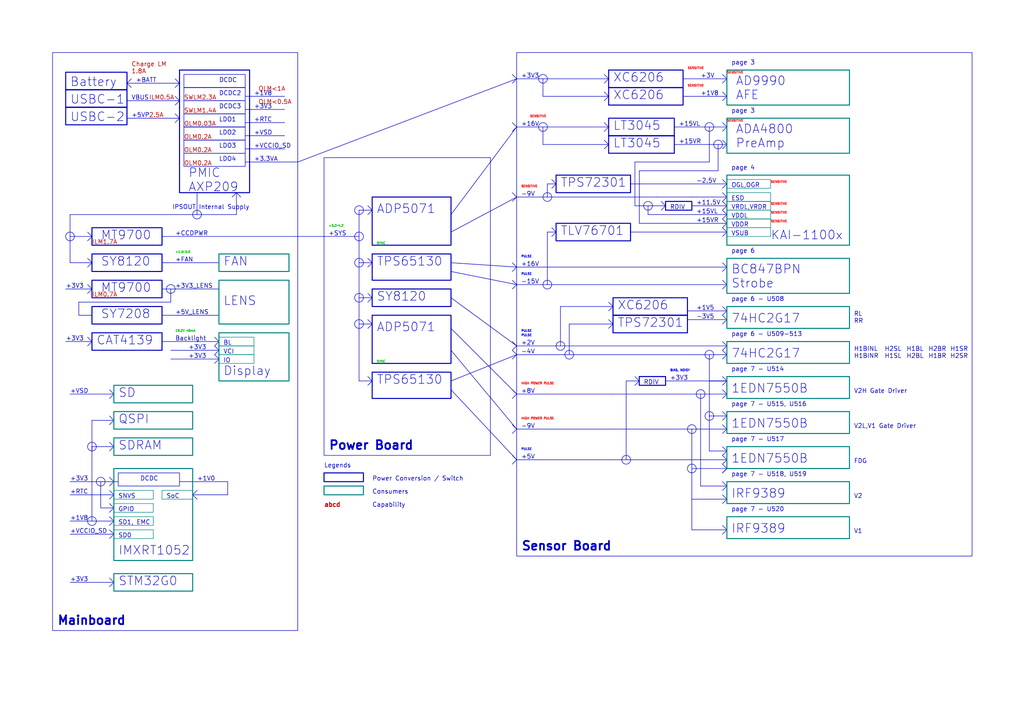
<source format=kicad_sch>
(kicad_sch
	(version 20231120)
	(generator "eeschema")
	(generator_version "8.0")
	(uuid "43b33db2-96c9-47e4-bca6-d2ae882e9e91")
	(paper "A4")
	(title_block
		(title "Sitina 1 IO Board")
		(date "2024-03-08")
		(rev "R0.9")
		(company "Copyright 2024 Wenting Zhang, Anhang Li")
	)
	(lib_symbols)
	(polyline
		(pts
			(xy 177.8 124.46) (xy 210.82 124.46)
		)
		(stroke
			(width 0)
			(type default)
		)
		(uuid "00c1f72c-50cd-4fb3-9221-c33fecb8f9a0")
	)
	(polyline
		(pts
			(xy 130.81 86.36) (xy 149.86 100.33)
		)
		(stroke
			(width 0)
			(type default)
		)
		(uuid "02699df5-5e06-4a23-a655-d518882ecdc0")
	)
	(polyline
		(pts
			(xy 25.4 67.31) (xy 26.67 68.58)
		)
		(stroke
			(width 0)
			(type default)
		)
		(uuid "02dd68cb-9c81-4404-86a6-8fffa2aaad6f")
	)
	(polyline
		(pts
			(xy 209.55 21.59) (xy 210.82 22.86)
		)
		(stroke
			(width 0)
			(type default)
		)
		(uuid "03317e33-fba3-479c-9b74-ff470f82b2cd")
	)
	(polyline
		(pts
			(xy 20.32 151.13) (xy 33.02 151.13)
		)
		(stroke
			(width 0)
			(type default)
		)
		(uuid "038420bb-a41b-4f76-b8a7-833c5d9a51de")
	)
	(polyline
		(pts
			(xy 148.59 24.13) (xy 149.86 22.86)
		)
		(stroke
			(width 0)
			(type default)
		)
		(uuid "039167c8-81c5-44b3-8736-9dfc9de76bd0")
	)
	(polyline
		(pts
			(xy 157.48 22.86) (xy 149.86 22.86)
		)
		(stroke
			(width 0)
			(type default)
		)
		(uuid "03d730b3-2e3c-410e-aff9-9be7dabd2745")
	)
	(polyline
		(pts
			(xy 209.55 125.73) (xy 210.82 124.46)
		)
		(stroke
			(width 0)
			(type default)
		)
		(uuid "0414519c-fa0e-44fd-bf47-f7a48af4b712")
	)
	(polyline
		(pts
			(xy 148.59 76.2) (xy 149.86 77.47)
		)
		(stroke
			(width 0)
			(type default)
		)
		(uuid "04c317e1-ad9d-4020-96bd-a14d0e79478b")
	)
	(polyline
		(pts
			(xy 209.55 76.2) (xy 210.82 77.47)
		)
		(stroke
			(width 0)
			(type default)
		)
		(uuid "07d1e537-89a4-475b-a38d-eb2d0861035c")
	)
	(polyline
		(pts
			(xy 210.82 22.86) (xy 209.55 24.13)
		)
		(stroke
			(width 0)
			(type default)
		)
		(uuid "07ed9e7c-be7b-481b-9af2-93b8347ec526")
	)
	(polyline
		(pts
			(xy 104.14 93.98) (xy 107.95 93.98)
		)
		(stroke
			(width 0)
			(type default)
		)
		(uuid "0adddcbf-1e62-40a5-98d7-fb5554327355")
	)
	(polyline
		(pts
			(xy 209.55 66.04) (xy 210.82 64.77)
		)
		(stroke
			(width 0)
			(type default)
		)
		(uuid "0b77a7e4-117a-403d-9bb6-0c7be4653dd4")
	)
	(polyline
		(pts
			(xy 57.15 62.23) (xy 68.58 62.23)
		)
		(stroke
			(width 0)
			(type default)
		)
		(uuid "0be396e4-b8a5-409d-b699-851069d7709b")
	)
	(polyline
		(pts
			(xy 104.14 110.49) (xy 107.95 110.49)
		)
		(stroke
			(width 0)
			(type default)
		)
		(uuid "0efbac7e-d5d5-42d3-833a-40eca75a7ca8")
	)
	(polyline
		(pts
			(xy 29.21 139.7) (xy 34.29 139.7)
		)
		(stroke
			(width 0)
			(type default)
		)
		(uuid "105267fb-837d-4108-a6db-eebacc3825a3")
	)
	(polyline
		(pts
			(xy 71.12 39.37) (xy 82.55 39.37)
		)
		(stroke
			(width 0)
			(type default)
		)
		(uuid "10b7c7d2-5578-4dd2-8eb3-729fbcd15a41")
	)
	(polyline
		(pts
			(xy 199.39 27.94) (xy 199.39 27.94)
		)
		(stroke
			(width 0)
			(type default)
		)
		(uuid "1144ba70-0554-43b9-bc7f-596e7db4bae4")
	)
	(polyline
		(pts
			(xy 25.4 77.47) (xy 26.67 76.2)
		)
		(stroke
			(width 0)
			(type default)
		)
		(uuid "142f814e-8070-45fc-a08c-fe60af17157b")
	)
	(polyline
		(pts
			(xy 20.32 114.3) (xy 33.02 114.3)
		)
		(stroke
			(width 0)
			(type default)
		)
		(uuid "145e29bc-e86c-4437-aea1-edc595771a47")
	)
	(polyline
		(pts
			(xy 209.55 152.4) (xy 210.82 153.67)
		)
		(stroke
			(width 0)
			(type default)
		)
		(uuid "1582cfb5-bf03-450d-9541-1cdb8d18f1af")
	)
	(polyline
		(pts
			(xy 31.75 123.19) (xy 33.02 121.92)
		)
		(stroke
			(width 0)
			(type default)
		)
		(uuid "187ff91a-3f40-4d82-8621-951a80cd0dea")
	)
	(polyline
		(pts
			(xy 71.12 31.75) (xy 82.55 31.75)
		)
		(stroke
			(width 0)
			(type default)
		)
		(uuid "191253e0-2755-46ee-a834-780de7f9a764")
	)
	(polyline
		(pts
			(xy 184.15 46.99) (xy 184.15 59.69)
		)
		(stroke
			(width 0)
			(type default)
		)
		(uuid "1d3b3c0c-dd0a-40b8-b128-1b5910cb7ed8")
	)
	(polyline
		(pts
			(xy 157.48 41.91) (xy 176.53 41.91)
		)
		(stroke
			(width 0)
			(type default)
		)
		(uuid "1dc69c8b-808e-4494-9401-cf464e4e0750")
	)
	(polyline
		(pts
			(xy 181.61 110.49) (xy 181.61 133.35)
		)
		(stroke
			(width 0)
			(type default)
		)
		(uuid "1dd0cd77-1976-4366-a7f3-9827b499cd88")
	)
	(polyline
		(pts
			(xy 148.59 115.57) (xy 149.86 114.3)
		)
		(stroke
			(width 0)
			(type default)
		)
		(uuid "1ddcfc27-5a42-4dc2-8ac1-fb61386337be")
	)
	(polyline
		(pts
			(xy 175.26 21.59) (xy 176.53 22.86)
		)
		(stroke
			(width 0)
			(type default)
		)
		(uuid "1e8faa7e-e367-41cc-a027-c649125da95e")
	)
	(polyline
		(pts
			(xy 200.66 144.78) (xy 210.82 144.78)
		)
		(stroke
			(width 0)
			(type default)
		)
		(uuid "1f05022b-90ac-4ea6-99a0-052127df1bec")
	)
	(polyline
		(pts
			(xy 104.14 60.96) (xy 107.95 60.96)
		)
		(stroke
			(width 0)
			(type default)
		)
		(uuid "1f4c6baf-2472-4aa6-9648-5159452af18c")
	)
	(polyline
		(pts
			(xy 26.67 121.92) (xy 33.02 121.92)
		)
		(stroke
			(width 0)
			(type default)
		)
		(uuid "1fab61ea-9d17-4638-b06d-662b3d1c41d6")
	)
	(polyline
		(pts
			(xy 209.55 121.92) (xy 210.82 120.65)
		)
		(stroke
			(width 0)
			(type default)
		)
		(uuid "1ffd0563-c08c-4ac7-ac06-cb4e3d574be0")
	)
	(polyline
		(pts
			(xy 182.88 67.31) (xy 210.82 67.31)
		)
		(stroke
			(width 0)
			(type default)
		)
		(uuid "20103e7c-7c40-41ec-bc23-afbbe1675c56")
	)
	(polyline
		(pts
			(xy 198.12 22.86) (xy 210.82 22.86)
		)
		(stroke
			(width 0)
			(type default)
		)
		(uuid "203b5c0e-5701-4e87-9bc4-87bf1ab8f0f3")
	)
	(polyline
		(pts
			(xy 31.75 144.78) (xy 33.02 143.51)
		)
		(stroke
			(width 0)
			(type default)
		)
		(uuid "20959dff-8ff4-4e1a-afa1-b7a00e4afa91")
	)
	(polyline
		(pts
			(xy 50.8 27.94) (xy 52.07 29.21)
		)
		(stroke
			(width 0)
			(type default)
		)
		(uuid "211b1083-274b-4240-a360-eeedf9a054dc")
	)
	(polyline
		(pts
			(xy 49.53 101.6) (xy 63.5 101.6)
		)
		(stroke
			(width 0)
			(type default)
		)
		(uuid "24a23aa3-5aab-4d49-9eb4-f4cbd1d8e191")
	)
	(polyline
		(pts
			(xy 25.4 85.09) (xy 26.67 83.82)
		)
		(stroke
			(width 0)
			(type default)
		)
		(uuid "2554ac07-7dab-4269-8afa-d95ea6d888ac")
	)
	(polyline
		(pts
			(xy 104.14 76.2) (xy 107.95 76.2)
		)
		(stroke
			(width 0)
			(type default)
		)
		(uuid "262e4ff6-6660-44bc-b3b6-c19c8cbab136")
	)
	(polyline
		(pts
			(xy 209.55 119.38) (xy 210.82 120.65)
		)
		(stroke
			(width 0)
			(type default)
		)
		(uuid "263810f5-cf13-4527-8280-3430191336b4")
	)
	(polyline
		(pts
			(xy 130.81 95.25) (xy 149.86 114.3)
		)
		(stroke
			(width 0)
			(type default)
		)
		(uuid "27bbb6ce-82f4-40a5-9a85-1a7bd9d694fc")
	)
	(polyline
		(pts
			(xy 209.55 109.22) (xy 210.82 110.49)
		)
		(stroke
			(width 0)
			(type default)
		)
		(uuid "2875d2fc-5398-4929-817c-5e1efbdc3392")
	)
	(polyline
		(pts
			(xy 149.86 100.33) (xy 210.82 100.33)
		)
		(stroke
			(width 0)
			(type default)
		)
		(uuid "29a206a2-bce6-4054-aaa6-de547627c652")
	)
	(polyline
		(pts
			(xy 149.86 133.35) (xy 148.59 132.08)
		)
		(stroke
			(width 0)
			(type default)
		)
		(uuid "2b4bf615-c477-4aa4-ac35-9d3d0efab5a5")
	)
	(polyline
		(pts
			(xy 193.04 110.49) (xy 210.82 110.49)
		)
		(stroke
			(width 0)
			(type default)
		)
		(uuid "2bd19de1-e99c-4559-bded-5d3619773619")
	)
	(polyline
		(pts
			(xy 199.39 90.17) (xy 210.82 90.17)
		)
		(stroke
			(width 0)
			(type default)
		)
		(uuid "2d481846-e2e3-43d4-88a9-f44c18b1b1e1")
	)
	(polyline
		(pts
			(xy 209.55 88.9) (xy 210.82 90.17)
		)
		(stroke
			(width 0)
			(type default)
		)
		(uuid "2d52e4ab-480f-4644-a34b-ffbef1a3d6a7")
	)
	(polyline
		(pts
			(xy 52.07 139.7) (xy 66.04 139.7)
		)
		(stroke
			(width 0)
			(type default)
		)
		(uuid "2ed93202-4915-4cac-aa43-0958dfa90db3")
	)
	(polyline
		(pts
			(xy 158.75 53.34) (xy 161.29 53.34)
		)
		(stroke
			(width 0)
			(type default)
		)
		(uuid "2f339fcf-c171-4225-8a41-1a3618908c70")
	)
	(polyline
		(pts
			(xy 209.55 101.6) (xy 210.82 102.87)
		)
		(stroke
			(width 0)
			(type default)
		)
		(uuid "2f9d0711-57b4-432d-bf3c-3603908e50e0")
	)
	(polyline
		(pts
			(xy 209.55 99.06) (xy 210.82 100.33)
		)
		(stroke
			(width 0)
			(type default)
		)
		(uuid "301e9429-f4d2-499c-b9af-016229aba160")
	)
	(polyline
		(pts
			(xy 209.55 115.57) (xy 210.82 114.3)
		)
		(stroke
			(width 0)
			(type default)
		)
		(uuid "307f8fc1-dfe0-4400-a1ea-73339a70b6c3")
	)
	(polyline
		(pts
			(xy 20.32 143.51) (xy 33.02 143.51)
		)
		(stroke
			(width 0)
			(type default)
		)
		(uuid "30964e97-d12c-4b9b-ae51-835565300bc3")
	)
	(polyline
		(pts
			(xy 175.26 29.21) (xy 176.53 27.94)
		)
		(stroke
			(width 0)
			(type default)
		)
		(uuid "30fd8a0a-72e8-4ab0-a9d1-ea07ed985bfc")
	)
	(polyline
		(pts
			(xy 209.55 35.56) (xy 210.82 36.83)
		)
		(stroke
			(width 0)
			(type default)
		)
		(uuid "312b9868-253b-4726-9fae-09b722096149")
	)
	(polyline
		(pts
			(xy 149.86 114.3) (xy 177.8 114.3)
		)
		(stroke
			(width 0)
			(type default)
		)
		(uuid "321a47f4-d8f3-4f39-9889-b88786f77aec")
	)
	(polyline
		(pts
			(xy 106.68 85.09) (xy 107.95 86.36)
		)
		(stroke
			(width 0)
			(type default)
		)
		(uuid "329248c1-d783-4824-9c2d-50c3c6867511")
	)
	(polyline
		(pts
			(xy 104.14 86.36) (xy 107.95 86.36)
		)
		(stroke
			(width 0)
			(type default)
		)
		(uuid "32ff6321-2d9d-4fb0-bf6f-866f7b23cb05")
	)
	(polyline
		(pts
			(xy 210.82 130.81) (xy 209.55 132.08)
		)
		(stroke
			(width 0)
			(type default)
		)
		(uuid "348b4db4-7434-45bf-9388-e5969e9cafad")
	)
	(polyline
		(pts
			(xy 205.74 120.65) (xy 205.74 120.65)
		)
		(stroke
			(width 0)
			(type default)
		)
		(uuid "3535a2f5-21ca-428a-81da-9d7f64127023")
	)
	(polyline
		(pts
			(xy 148.59 81.28) (xy 149.86 82.55)
		)
		(stroke
			(width 0)
			(type default)
		)
		(uuid "35e4eef8-043d-421b-8fe5-7d132581ee55")
	)
	(polyline
		(pts
			(xy 209.55 143.51) (xy 210.82 144.78)
		)
		(stroke
			(width 0)
			(type default)
		)
		(uuid "39835e5d-514f-417e-b30f-3b886ac729ae")
	)
	(polyline
		(pts
			(xy 31.75 152.4) (xy 33.02 151.13)
		)
		(stroke
			(width 0)
			(type default)
		)
		(uuid "39e6bd03-83bd-4094-9970-f06884966ede")
	)
	(polyline
		(pts
			(xy 86.36 46.99) (xy 149.86 22.86)
		)
		(stroke
			(width 0)
			(type default)
		)
		(uuid "3a4760a0-9687-4827-bc8f-5a352f3ac8b5")
	)
	(polyline
		(pts
			(xy 191.77 60.96) (xy 193.04 59.69)
		)
		(stroke
			(width 0)
			(type default)
		)
		(uuid "3bbc46dc-4a11-4846-b459-634d6f1df8f8")
	)
	(polyline
		(pts
			(xy 71.12 35.56) (xy 82.55 35.56)
		)
		(stroke
			(width 0)
			(type default)
		)
		(uuid "3d459240-b07f-457d-958c-b8d11fbd77dd")
	)
	(polyline
		(pts
			(xy 190.5 57.15) (xy 200.66 57.15)
		)
		(stroke
			(width 0)
			(type default)
		)
		(uuid "3f470cbe-6701-4a54-8199-8fd4839236c9")
	)
	(polyline
		(pts
			(xy 148.59 123.19) (xy 149.86 124.46)
		)
		(stroke
			(width 0)
			(type default)
		)
		(uuid "4041e8b3-cda0-4c09-8d3e-f1d480415792")
	)
	(polyline
		(pts
			(xy 209.55 78.74) (xy 210.82 77.47)
		)
		(stroke
			(width 0)
			(type default)
		)
		(uuid "4055570e-03ea-498d-993a-94d419693361")
	)
	(polyline
		(pts
			(xy 31.75 113.03) (xy 33.02 114.3)
		)
		(stroke
			(width 0)
			(type default)
		)
		(uuid "406d0c3d-476a-4f4d-88b4-679e3fa0d693")
	)
	(polyline
		(pts
			(xy 20.32 76.2) (xy 26.67 76.2)
		)
		(stroke
			(width 0)
			(type default)
		)
		(uuid "45082646-8e54-4ff9-9739-317add87d4e1")
	)
	(polyline
		(pts
			(xy 176.53 87.63) (xy 177.8 88.9)
		)
		(stroke
			(width 0)
			(type default)
		)
		(uuid "45563305-b0d1-4ea0-a9b1-6312a92e0911")
	)
	(polyline
		(pts
			(xy 209.55 81.28) (xy 210.82 82.55)
		)
		(stroke
			(width 0)
			(type default)
		)
		(uuid "46057983-4819-4e74-ac9e-67d0765fdd94")
	)
	(polyline
		(pts
			(xy 181.61 110.49) (xy 185.42 110.49)
		)
		(stroke
			(width 0)
			(type default)
		)
		(uuid "461bdda4-811b-4fad-b72a-dd33d9cd6a47")
	)
	(polyline
		(pts
			(xy 31.75 128.27) (xy 33.02 129.54)
		)
		(stroke
			(width 0)
			(type default)
		)
		(uuid "462482ca-9910-42be-85ee-2ce2ac6f633b")
	)
	(polyline
		(pts
			(xy 182.88 53.34) (xy 210.82 53.34)
		)
		(stroke
			(width 0)
			(type default)
		)
		(uuid "46e2550d-7398-41f9-9bfa-1db7dadd2adf")
	)
	(polyline
		(pts
			(xy 55.88 143.51) (xy 66.04 143.51)
		)
		(stroke
			(width 0)
			(type default)
		)
		(uuid "4806dc10-4177-4ebf-989e-316dd9a5da5f")
	)
	(polyline
		(pts
			(xy 31.75 149.86) (xy 33.02 151.13)
		)
		(stroke
			(width 0)
			(type default)
		)
		(uuid "4889623a-8ea8-46ab-b550-73e478c1c086")
	)
	(polyline
		(pts
			(xy 175.26 35.56) (xy 176.53 36.83)
		)
		(stroke
			(width 0)
			(type default)
		)
		(uuid "48ecd447-07b1-4fac-9af5-e22099ca312e")
	)
	(polyline
		(pts
			(xy 68.58 55.88) (xy 67.31 57.15)
		)
		(stroke
			(width 0)
			(type default)
		)
		(uuid "4aa1dfb0-30c6-4b87-b170-9a4cab700874")
	)
	(polyline
		(pts
			(xy 148.59 99.06) (xy 149.86 100.33)
		)
		(stroke
			(width 0)
			(type default)
		)
		(uuid "4c0a4684-78ac-46da-92b0-244b5214c5be")
	)
	(polyline
		(pts
			(xy 106.68 74.93) (xy 107.95 76.2)
		)
		(stroke
			(width 0)
			(type default)
		)
		(uuid "4db4d2a4-e4f8-4815-b9cf-ee11a68a6dd8")
	)
	(polyline
		(pts
			(xy 46.99 83.82) (xy 63.5 83.82)
		)
		(stroke
			(width 0)
			(type default)
		)
		(uuid "4dcc0290-391c-4f59-8ebf-c170e151d36c")
	)
	(polyline
		(pts
			(xy 36.83 29.21) (xy 52.07 29.21)
		)
		(stroke
			(width 0)
			(type default)
		)
		(uuid "5020d87c-b599-4ff7-9b05-3a11c922d446")
	)
	(polyline
		(pts
			(xy 158.75 67.31) (xy 161.29 67.31)
		)
		(stroke
			(width 0)
			(type default)
		)
		(uuid "505c09be-8667-4ef5-8447-fab19e5f392d")
	)
	(polyline
		(pts
			(xy 209.55 137.16) (xy 210.82 135.89)
		)
		(stroke
			(width 0)
			(type default)
		)
		(uuid "507b7729-7d59-401f-b411-3494cd69a879")
	)
	(polyline
		(pts
			(xy 149.86 133.35) (xy 177.8 133.35)
		)
		(stroke
			(width 0)
			(type default)
		)
		(uuid "51502291-18e0-4877-a608-f3b0bf24db9f")
	)
	(polyline
		(pts
			(xy 55.88 143.51) (xy 57.15 142.24)
		)
		(stroke
			(width 0)
			(type default)
		)
		(uuid "5235afc4-7f28-4247-aca3-804da770060e")
	)
	(polyline
		(pts
			(xy 130.81 113.03) (xy 149.86 133.35)
		)
		(stroke
			(width 0)
			(type default)
		)
		(uuid "53287a6b-1098-4271-8abb-aa7baa277ef8")
	)
	(polyline
		(pts
			(xy 25.4 100.33) (xy 26.67 99.06)
		)
		(stroke
			(width 0)
			(type default)
		)
		(uuid "53bdfec6-1a7e-466c-a188-53db23e7373a")
	)
	(polyline
		(pts
			(xy 149.86 36.83) (xy 176.53 36.83)
		)
		(stroke
			(width 0)
			(type default)
		)
		(uuid "53e36982-9294-447a-aa42-f7e7cef1257d")
	)
	(polyline
		(pts
			(xy 209.55 101.6) (xy 210.82 100.33)
		)
		(stroke
			(width 0)
			(type default)
		)
		(uuid "5682654c-66ae-45e9-9974-1c565ca63f3f")
	)
	(polyline
		(pts
			(xy 209.55 40.64) (xy 210.82 41.91)
		)
		(stroke
			(width 0)
			(type default)
		)
		(uuid "56a5ce11-95be-4c14-838e-569cee3c23d0")
	)
	(polyline
		(pts
			(xy 148.59 125.73) (xy 149.86 124.46)
		)
		(stroke
			(width 0)
			(type default)
		)
		(uuid "5705d44d-bba3-445a-a65f-e2acf153f8e0")
	)
	(polyline
		(pts
			(xy 36.83 34.29) (xy 52.07 34.29)
		)
		(stroke
			(width 0)
			(type default)
		)
		(uuid "571581cd-ceb5-4e64-9c96-2457bf1eb7da")
	)
	(polyline
		(pts
			(xy 106.68 77.47) (xy 107.95 76.2)
		)
		(stroke
			(width 0)
			(type default)
		)
		(uuid "572b085c-43e2-4221-a6ee-efa60316c25a")
	)
	(polyline
		(pts
			(xy 29.21 139.7) (xy 29.21 143.51)
		)
		(stroke
			(width 0)
			(type default)
		)
		(uuid "575f16f3-dcdf-48c9-9a15-4f2244782423")
	)
	(polyline
		(pts
			(xy 31.75 115.57) (xy 33.02 114.3)
		)
		(stroke
			(width 0)
			(type default)
		)
		(uuid "59255330-9f8a-4e72-832a-34409fc1d173")
	)
	(polyline
		(pts
			(xy 29.21 147.32) (xy 33.02 147.32)
		)
		(stroke
			(width 0)
			(type default)
		)
		(uuid "5ae986e3-e94a-40a3-a6a3-a1ae4c19486d")
	)
	(polyline
		(pts
			(xy 20.32 168.91) (xy 33.02 168.91)
		)
		(stroke
			(width 0)
			(type default)
		)
		(uuid "5b2c281a-5b13-4757-a002-871a03982556")
	)
	(polyline
		(pts
			(xy 130.81 101.6) (xy 149.86 124.46)
		)
		(stroke
			(width 0)
			(type default)
		)
		(uuid "5b5c576b-dcf2-4fb9-b699-a6e706bde6b8")
	)
	(polyline
		(pts
			(xy 177.8 133.35) (xy 210.82 133.35)
		)
		(stroke
			(width 0)
			(type default)
		)
		(uuid "5c378fe1-9f1a-47cc-acda-26d6f5a67fc3")
	)
	(polyline
		(pts
			(xy 22.86 87.63) (xy 22.86 91.44)
		)
		(stroke
			(width 0)
			(type default)
		)
		(uuid "5c44172a-6131-4f9c-a898-628bce355286")
	)
	(polyline
		(pts
			(xy 19.05 99.06) (xy 26.67 99.06)
		)
		(stroke
			(width 0)
			(type default)
		)
		(uuid "5cad3517-7ee8-4bea-8997-d7aaaafad237")
	)
	(polyline
		(pts
			(xy 36.83 24.13) (xy 38.1 22.86)
		)
		(stroke
			(width 0)
			(type default)
		)
		(uuid "5e05bb1e-91a5-49ed-84f2-00673bc944b1")
	)
	(polyline
		(pts
			(xy 209.55 26.67) (xy 210.82 27.94)
		)
		(stroke
			(width 0)
			(type default)
		)
		(uuid "5eacc73c-0971-428f-99b9-148a4d1cf86f")
	)
	(polyline
		(pts
			(xy 209.55 134.62) (xy 210.82 133.35)
		)
		(stroke
			(width 0)
			(type default)
		)
		(uuid "5f3531ae-0012-49c4-8d83-beb669352261")
	)
	(polyline
		(pts
			(xy 29.21 143.51) (xy 29.21 147.32)
		)
		(stroke
			(width 0)
			(type default)
		)
		(uuid "61af9871-0f8c-4de7-be3d-e0820cf6afe6")
	)
	(polyline
		(pts
			(xy 209.55 63.5) (xy 210.82 62.23)
		)
		(stroke
			(width 0)
			(type default)
		)
		(uuid "62a2dc83-3f64-43c5-a523-641c45235e14")
	)
	(polyline
		(pts
			(xy 50.8 30.48) (xy 52.07 29.21)
		)
		(stroke
			(width 0)
			(type default)
		)
		(uuid "62bdf805-b894-4b71-8cdb-57d33b16784a")
	)
	(polyline
		(pts
			(xy 57.15 55.88) (xy 57.15 62.23)
		)
		(stroke
			(width 0)
			(type default)
		)
		(uuid "6350df09-f12c-46a5-88fe-b6f7bb53df43")
	)
	(polyline
		(pts
			(xy 210.82 64.77) (xy 209.55 63.5)
		)
		(stroke
			(width 0)
			(type default)
		)
		(uuid "6396a2f5-71c7-4c38-9361-7603b7d92945")
	)
	(polyline
		(pts
			(xy 104.14 60.96) (xy 104.14 110.49)
		)
		(stroke
			(width 0)
			(type default)
		)
		(uuid "65397cc0-1157-4a87-97d9-9f980f9666ca")
	)
	(polyline
		(pts
			(xy 93.98 68.58) (xy 104.14 68.58)
		)
		(stroke
			(width 0)
			(type default)
		)
		(uuid "65dd7b8c-4d6e-4523-9d10-3e79ac8f9dc6")
	)
	(polyline
		(pts
			(xy 210.82 59.69) (xy 209.55 58.42)
		)
		(stroke
			(width 0)
			(type default)
		)
		(uuid "67acd06a-aef3-4861-81a8-d53367d5ad0a")
	)
	(polyline
		(pts
			(xy 185.42 49.53) (xy 208.28 49.53)
		)
		(stroke
			(width 0)
			(type default)
		)
		(uuid "67fcd724-eddf-43c8-894f-e81367051e96")
	)
	(polyline
		(pts
			(xy 148.59 38.1) (xy 149.86 36.83)
		)
		(stroke
			(width 0)
			(type default)
		)
		(uuid "6823907b-c89c-4afd-8578-12a39ad39679")
	)
	(polyline
		(pts
			(xy 31.75 156.21) (xy 33.02 154.94)
		)
		(stroke
			(width 0)
			(type default)
		)
		(uuid "69f3874d-1423-4722-a675-a02159ae96ac")
	)
	(polyline
		(pts
			(xy 209.55 91.44) (xy 210.82 92.71)
		)
		(stroke
			(width 0)
			(type default)
		)
		(uuid "6bbb3de0-f2e1-49aa-83d5-1d62c65066dc")
	)
	(polyline
		(pts
			(xy 186.69 59.69) (xy 193.04 59.69)
		)
		(stroke
			(width 0)
			(type default)
		)
		(uuid "6bf01634-d5c7-47e8-bc17-877c0cf6986c")
	)
	(polyline
		(pts
			(xy 187.96 59.69) (xy 187.96 62.23)
		)
		(stroke
			(width 0)
			(type default)
		)
		(uuid "6e307076-01ba-4b8b-bbbc-c4c37ce0d531")
	)
	(polyline
		(pts
			(xy 49.53 83.82) (xy 49.53 87.63)
		)
		(stroke
			(width 0)
			(type default)
		)
		(uuid "6fdb62fd-6ded-4037-8ef4-5b9174918b9e")
	)
	(polyline
		(pts
			(xy 200.66 124.46) (xy 200.66 144.78)
		)
		(stroke
			(width 0)
			(type default)
		)
		(uuid "702b060e-d274-4445-91eb-de4249069ab5")
	)
	(polyline
		(pts
			(xy 130.81 110.49) (xy 149.86 102.87)
		)
		(stroke
			(width 0)
			(type default)
		)
		(uuid "71920731-018b-430f-bac7-b92688a5c1cb")
	)
	(polyline
		(pts
			(xy 25.4 82.55) (xy 26.67 83.82)
		)
		(stroke
			(width 0)
			(type default)
		)
		(uuid "72c53248-70a8-45b9-9f28-0678eac59680")
	)
	(polyline
		(pts
			(xy 106.68 62.23) (xy 107.95 60.96)
		)
		(stroke
			(width 0)
			(type default)
		)
		(uuid "72d8feb6-4a86-40cb-a110-aceae28b2ddf")
	)
	(polyline
		(pts
			(xy 148.59 134.62) (xy 149.86 133.35)
		)
		(stroke
			(width 0)
			(type default)
		)
		(uuid "76b49d91-9b55-43fb-b0d7-a5601560b64e")
	)
	(polyline
		(pts
			(xy 176.53 95.25) (xy 177.8 93.98)
		)
		(stroke
			(width 0)
			(type default)
		)
		(uuid "76ef0fdc-18b2-4a8f-b511-bddfa4809f6d")
	)
	(polyline
		(pts
			(xy 158.75 53.34) (xy 158.75 57.15)
		)
		(stroke
			(width 0)
			(type default)
		)
		(uuid "774be12d-6a41-4e34-bed6-14cdcb4a1cb0")
	)
	(polyline
		(pts
			(xy 148.59 104.14) (xy 149.86 102.87)
		)
		(stroke
			(width 0)
			(type default)
		)
		(uuid "78b4501c-0f45-4b80-b7e9-4869b89ebffa")
	)
	(polyline
		(pts
			(xy 50.8 33.02) (xy 52.07 34.29)
		)
		(stroke
			(width 0)
			(type default)
		)
		(uuid "78cf2d73-0950-4d0e-aae1-e2a8318ea5ec")
	)
	(polyline
		(pts
			(xy 175.26 43.18) (xy 176.53 41.91)
		)
		(stroke
			(width 0)
			(type default)
		)
		(uuid "79c2ef83-0a54-4f63-af6e-73d0c976f0e8")
	)
	(polyline
		(pts
			(xy 20.32 139.7) (xy 29.21 139.7)
		)
		(stroke
			(width 0)
			(type default)
		)
		(uuid "79fcd0f7-c68f-415d-a629-7532b776b7da")
	)
	(polyline
		(pts
			(xy 26.67 129.54) (xy 26.67 151.13)
		)
		(stroke
			(width 0)
			(type default)
		)
		(uuid "7a05ce0f-8fb2-4c87-a389-965554e7198d")
	)
	(polyline
		(pts
			(xy 106.68 111.76) (xy 107.95 110.49)
		)
		(stroke
			(width 0)
			(type default)
		)
		(uuid "7a1aab44-ca49-4a9e-b6f8-d7baada69da8")
	)
	(polyline
		(pts
			(xy 162.56 88.9) (xy 177.8 88.9)
		)
		(stroke
			(width 0)
			(type default)
		)
		(uuid "7cf48187-54e6-416a-91bd-d4371ed28013")
	)
	(polyline
		(pts
			(xy 19.05 83.82) (xy 26.67 83.82)
		)
		(stroke
			(width 0)
			(type default)
		)
		(uuid "7d48c894-e6ba-4d2f-922b-f3afd1078a74")
	)
	(polyline
		(pts
			(xy 200.66 59.69) (xy 210.82 59.69)
		)
		(stroke
			(width 0)
			(type default)
		)
		(uuid "7d9efbd7-5013-48fd-9b8f-d3001f51e7cc")
	)
	(polyline
		(pts
			(xy 71.12 27.94) (xy 82.55 27.94)
		)
		(stroke
			(width 0)
			(type default)
		)
		(uuid "81035161-25d1-4181-a17b-fa0afd263c51")
	)
	(polyline
		(pts
			(xy 62.23 100.33) (xy 63.5 99.06)
		)
		(stroke
			(width 0)
			(type default)
		)
		(uuid "8151f3cc-9c2c-4f40-98d6-cec891a81d97")
	)
	(polyline
		(pts
			(xy 160.02 54.61) (xy 161.29 53.34)
		)
		(stroke
			(width 0)
			(type default)
		)
		(uuid "81c87dc5-4849-4609-976b-2f81e6b6334f")
	)
	(polyline
		(pts
			(xy 26.67 121.92) (xy 26.67 130.81)
		)
		(stroke
			(width 0)
			(type default)
		)
		(uuid "81d53911-49b2-44dc-8a96-84e9ca37d03d")
	)
	(polyline
		(pts
			(xy 165.1 93.98) (xy 165.1 102.87)
		)
		(stroke
			(width 0)
			(type default)
		)
		(uuid "83b7b31e-5830-4900-95e9-cd40bfb298d5")
	)
	(polyline
		(pts
			(xy 209.55 38.1) (xy 210.82 36.83)
		)
		(stroke
			(width 0)
			(type default)
		)
		(uuid "83dde4f8-d4cd-43df-b221-3035f68f4f38")
	)
	(polyline
		(pts
			(xy 210.82 57.15) (xy 209.55 55.88)
		)
		(stroke
			(width 0)
			(type default)
		)
		(uuid "84399df2-7ee0-4b8f-a93e-0f634af3aff6")
	)
	(polyline
		(pts
			(xy 184.15 109.22) (xy 185.42 110.49)
		)
		(stroke
			(width 0)
			(type default)
		)
		(uuid "84be7716-a1fa-4dd7-acb2-c6b2463c0e94")
	)
	(polyline
		(pts
			(xy 205.74 120.65) (xy 205.74 130.81)
		)
		(stroke
			(width 0)
			(type default)
		)
		(uuid "85903401-19bd-4b4b-834d-8a6a75336e97")
	)
	(polyline
		(pts
			(xy 209.55 83.82) (xy 210.82 82.55)
		)
		(stroke
			(width 0)
			(type default)
		)
		(uuid "85c0b0ca-e458-4bff-83a0-58ff19f7f664")
	)
	(polyline
		(pts
			(xy 209.55 111.76) (xy 210.82 110.49)
		)
		(stroke
			(width 0)
			(type default)
		)
		(uuid "865f3ff4-4473-4650-9729-d9973cea6ffe")
	)
	(polyline
		(pts
			(xy 209.55 60.96) (xy 210.82 59.69)
		)
		(stroke
			(width 0)
			(type default)
		)
		(uuid "865fd65e-f87e-486d-b3dc-d725b9902473")
	)
	(polyline
		(pts
			(xy 36.83 24.13) (xy 52.07 24.13)
		)
		(stroke
			(width 0)
			(type default)
		)
		(uuid "8713db3c-d3f6-47af-bbac-a1cc74fe2e02")
	)
	(polyline
		(pts
			(xy 205.74 120.65) (xy 210.82 120.65)
		)
		(stroke
			(width 0)
			(type default)
		)
		(uuid "8791d674-c78e-4c66-b768-a71e043ca94f")
	)
	(polyline
		(pts
			(xy 31.75 146.05) (xy 33.02 147.32)
		)
		(stroke
			(width 0)
			(type default)
		)
		(uuid "88060c5c-ab9b-4c8b-8d24-7b27f3ed1936")
	)
	(polyline
		(pts
			(xy 200.66 153.67) (xy 210.82 153.67)
		)
		(stroke
			(width 0)
			(type default)
		)
		(uuid "88e04a3a-5ecc-41e6-b7d1-34805c40bfce")
	)
	(polyline
		(pts
			(xy 106.68 87.63) (xy 107.95 86.36)
		)
		(stroke
			(width 0)
			(type default)
		)
		(uuid "88e2c555-43d7-4885-ae52-34d989f66cc1")
	)
	(polyline
		(pts
			(xy 209.55 113.03) (xy 210.82 114.3)
		)
		(stroke
			(width 0)
			(type default)
		)
		(uuid "8a468026-d16a-4ffd-afad-be4235619559")
	)
	(polyline
		(pts
			(xy 200.66 57.15) (xy 210.82 57.15)
		)
		(stroke
			(width 0)
			(type default)
		)
		(uuid "8b956bff-b973-4663-a323-f48abc60b776")
	)
	(polyline
		(pts
			(xy 148.59 78.74) (xy 149.86 77.47)
		)
		(stroke
			(width 0)
			(type default)
		)
		(uuid "8bc3f9d7-2f93-4f62-a9ed-f04da7e06966")
	)
	(polyline
		(pts
			(xy 184.15 46.99) (xy 205.74 46.99)
		)
		(stroke
			(width 0)
			(type default)
		)
		(uuid "8c654482-998f-4d85-b0b4-2a01800c9c51")
	)
	(polyline
		(pts
			(xy 31.75 138.43) (xy 33.02 139.7)
		)
		(stroke
			(width 0)
			(type default)
		)
		(uuid "8cfb67e2-cd7f-4381-9835-88dc9e335359")
	)
	(polyline
		(pts
			(xy 195.58 36.83) (xy 210.82 36.83)
		)
		(stroke
			(width 0)
			(type default)
		)
		(uuid "8d9b006d-19d1-4020-bd98-a8e7f0643e58")
	)
	(polyline
		(pts
			(xy 205.74 46.99) (xy 205.74 36.83)
		)
		(stroke
			(width 0)
			(type default)
		)
		(uuid "8e14f01e-12f0-415e-95cb-d1f78b83b375")
	)
	(polyline
		(pts
			(xy 68.58 62.23) (xy 68.58 55.88)
		)
		(stroke
			(width 0)
			(type default)
		)
		(uuid "8f1c1b80-4a6a-48b4-8942-9a300b4816d4")
	)
	(polyline
		(pts
			(xy 195.58 41.91) (xy 210.82 41.91)
		)
		(stroke
			(width 0)
			(type default)
		)
		(uuid "8f5421a0-c13c-4270-a283-8f03accf8b39")
	)
	(polyline
		(pts
			(xy 157.48 22.86) (xy 157.48 27.94)
		)
		(stroke
			(width 0)
			(type default)
		)
		(uuid "8f616e10-cbdd-44e6-ac53-f98f9cc551ae")
	)
	(polyline
		(pts
			(xy 160.02 68.58) (xy 161.29 67.31)
		)
		(stroke
			(width 0)
			(type default)
		)
		(uuid "908927e8-86b3-43b4-985e-d4782a7c6000")
	)
	(polyline
		(pts
			(xy 57.15 62.23) (xy 20.32 62.23)
		)
		(stroke
			(width 0)
			(type default)
		)
		(uuid "937f87d1-f864-4247-99a3-9d95c71ae232")
	)
	(polyline
		(pts
			(xy 176.53 90.17) (xy 177.8 88.9)
		)
		(stroke
			(width 0)
			(type default)
		)
		(uuid "94f47135-ea65-45e3-a79f-f48c72cdfef9")
	)
	(polyline
		(pts
			(xy 157.48 36.83) (xy 157.48 41.91)
		)
		(stroke
			(width 0)
			(type default)
		)
		(uuid "9623706a-9bcd-46a5-8518-ac88e62873dd")
	)
	(polyline
		(pts
			(xy 176.53 92.71) (xy 177.8 93.98)
		)
		(stroke
			(width 0)
			(type default)
		)
		(uuid "974056f2-7d01-4ae8-836c-4e9ba549a093")
	)
	(polyline
		(pts
			(xy 106.68 59.69) (xy 107.95 60.96)
		)
		(stroke
			(width 0)
			(type default)
		)
		(uuid "9773b4cc-28bc-4ac2-b958-c10191e31e6e")
	)
	(polyline
		(pts
			(xy 157.48 27.94) (xy 176.53 27.94)
		)
		(stroke
			(width 0)
			(type default)
		)
		(uuid "97e03e45-652c-4526-8e53-25f475804639")
	)
	(polyline
		(pts
			(xy 31.75 120.65) (xy 33.02 121.92)
		)
		(stroke
			(width 0)
			(type default)
		)
		(uuid "98c40f51-5ccb-4bb5-a4ff-ee815b35cb91")
	)
	(polyline
		(pts
			(xy 148.59 83.82) (xy 149.86 82.55)
		)
		(stroke
			(width 0)
			(type default)
		)
		(uuid "9b92ffc6-145e-4d09-b145-659d5123ba10")
	)
	(polyline
		(pts
			(xy 130.81 78.74) (xy 149.86 82.55)
		)
		(stroke
			(width 0)
			(type default)
		)
		(uuid "9e820cf1-e913-4575-821f-feda64137384")
	)
	(polyline
		(pts
			(xy 49.53 87.63) (xy 22.86 87.63)
		)
		(stroke
			(width 0)
			(type default)
		)
		(uuid "9ec60923-772e-4503-930f-e93280c146dc")
	)
	(polyline
		(pts
			(xy 149.86 82.55) (xy 210.82 82.55)
		)
		(stroke
			(width 0)
			(type default)
		)
		(uuid "9fa65d9b-2c6c-4f37-b58c-8c9f25839610")
	)
	(polyline
		(pts
			(xy 205.74 110.49) (xy 210.82 110.49)
		)
		(stroke
			(width 0)
			(type default)
		)
		(uuid "a07f8c3f-4adc-4cca-bc73-ce149e5a251e")
	)
	(polyline
		(pts
			(xy 149.86 77.47) (xy 210.82 77.47)
		)
		(stroke
			(width 0)
			(type default)
		)
		(uuid "a247c0b0-0b65-4240-8330-84294f2e2888")
	)
	(polyline
		(pts
			(xy 149.86 57.15) (xy 190.5 57.15)
		)
		(stroke
			(width 0)
			(type default)
		)
		(uuid "a33313df-a36d-48f4-a6cc-ba871f71765e")
	)
	(polyline
		(pts
			(xy 46.99 91.44) (xy 63.5 91.44)
		)
		(stroke
			(width 0)
			(type default)
		)
		(uuid "a3b47e61-cecd-43e4-a064-1e66d4a53f76")
	)
	(polyline
		(pts
			(xy 148.59 58.42) (xy 149.86 57.15)
		)
		(stroke
			(width 0)
			(type default)
		)
		(uuid "a56a02a8-cea9-46c0-bb7c-636fe0047ac4")
	)
	(polyline
		(pts
			(xy 63.5 104.14) (xy 62.23 102.87)
		)
		(stroke
			(width 0)
			(type default)
		)
		(uuid "a7d36510-bf24-49fe-8da5-cb5dffad6afa")
	)
	(polyline
		(pts
			(xy 149.86 124.46) (xy 177.8 124.46)
		)
		(stroke
			(width 0)
			(type default)
		)
		(uuid "a8b7553d-8c55-466a-a9e9-df1715ed35c9")
	)
	(polyline
		(pts
			(xy 208.28 49.53) (xy 208.28 41.91)
		)
		(stroke
			(width 0)
			(type default)
		)
		(uuid "a917b518-a1d3-4753-9af7-8f9d10737330")
	)
	(polyline
		(pts
			(xy 69.85 57.15) (xy 68.58 55.88)
		)
		(stroke
			(width 0)
			(type default)
		)
		(uuid "a92885dc-f87a-4d3b-9157-320cc52a7151")
	)
	(polyline
		(pts
			(xy 199.39 27.94) (xy 210.82 27.94)
		)
		(stroke
			(width 0)
			(type default)
		)
		(uuid "aa02c1ff-8991-4416-8833-36e911aaef51")
	)
	(polyline
		(pts
			(xy 209.55 142.24) (xy 210.82 140.97)
		)
		(stroke
			(width 0)
			(type default)
		)
		(uuid "aa053eb1-a768-4726-bb31-c33496d5c2c3")
	)
	(polyline
		(pts
			(xy 175.26 38.1) (xy 176.53 36.83)
		)
		(stroke
			(width 0)
			(type default)
		)
		(uuid "aa4dd453-3fd4-4fc4-93f7-4ff755f509a9")
	)
	(polyline
		(pts
			(xy 209.55 146.05) (xy 210.82 144.78)
		)
		(stroke
			(width 0)
			(type default)
		)
		(uuid "abd64d13-cf39-42d8-9d54-c693a7750c1d")
	)
	(polyline
		(pts
			(xy 209.55 58.42) (xy 210.82 57.15)
		)
		(stroke
			(width 0)
			(type default)
		)
		(uuid "ac337855-bb71-419b-a7bc-c2fa38793cb4")
	)
	(polyline
		(pts
			(xy 203.2 114.3) (xy 203.2 140.97)
		)
		(stroke
			(width 0)
			(type default)
		)
		(uuid "adcc9388-9ea3-4a9b-9dd5-826ba68b811a")
	)
	(polyline
		(pts
			(xy 175.26 24.13) (xy 176.53 22.86)
		)
		(stroke
			(width 0)
			(type default)
		)
		(uuid "ae05789c-9987-4788-b876-95c63b205978")
	)
	(polyline
		(pts
			(xy 205.74 102.87) (xy 205.74 120.65)
		)
		(stroke
			(width 0)
			(type default)
		)
		(uuid "b383f29b-a250-4693-aa30-c620c7e7be49")
	)
	(polyline
		(pts
			(xy 55.88 143.51) (xy 57.15 144.78)
		)
		(stroke
			(width 0)
			(type default)
		)
		(uuid "b391cdbb-8f95-4ba2-aeb4-05a80f1efdad")
	)
	(polyline
		(pts
			(xy 200.66 144.78) (xy 200.66 153.67)
		)
		(stroke
			(width 0)
			(type default)
		)
		(uuid "b3dc300d-58e3-463b-97a6-166a52027903")
	)
	(polyline
		(pts
			(xy 210.82 64.77) (xy 185.42 64.77)
		)
		(stroke
			(width 0)
			(type default)
		)
		(uuid "b4c51e14-d8f6-49bf-a27a-61e187a8bf0e")
	)
	(polyline
		(pts
			(xy 209.55 132.08) (xy 210.82 133.35)
		)
		(stroke
			(width 0)
			(type default)
		)
		(uuid "b8312992-c57d-44c4-971b-4712362e3248")
	)
	(polyline
		(pts
			(xy 62.23 97.79) (xy 63.5 99.06)
		)
		(stroke
			(width 0)
			(type default)
		)
		(uuid "b8b1eb52-fb0f-48f2-8050-93118e60f17d")
	)
	(polyline
		(pts
			(xy 62.23 105.41) (xy 63.5 104.14)
		)
		(stroke
			(width 0)
			(type default)
		)
		(uuid "b8b72b6e-5cf6-40b3-b2e2-e0f461bb260d")
	)
	(polyline
		(pts
			(xy 209.55 91.44) (xy 210.82 90.17)
		)
		(stroke
			(width 0)
			(type default)
		)
		(uuid "b9250768-c526-4cd3-a2bd-cf1790a6ce44")
	)
	(polyline
		(pts
			(xy 106.68 92.71) (xy 107.95 93.98)
		)
		(stroke
			(width 0)
			(type default)
		)
		(uuid "b94671fe-9b68-4676-b94e-b94bf0598761")
	)
	(polyline
		(pts
			(xy 149.86 114.3) (xy 148.59 113.03)
		)
		(stroke
			(width 0)
			(type default)
		)
		(uuid "b9a8d784-efd4-4004-86ac-08ada6d38c81")
	)
	(polyline
		(pts
			(xy 130.81 67.31) (xy 149.86 57.15)
		)
		(stroke
			(width 0)
			(type default)
		)
		(uuid "b9d9f60c-11ed-4090-9c56-13b9601834f4")
	)
	(polyline
		(pts
			(xy 63.5 101.6) (xy 62.23 100.33)
		)
		(stroke
			(width 0)
			(type default)
		)
		(uuid "ba79cad0-46e1-423f-a0f3-1a599a5505f6")
	)
	(polyline
		(pts
			(xy 191.77 58.42) (xy 193.04 59.69)
		)
		(stroke
			(width 0)
			(type default)
		)
		(uuid "ba7f485c-c220-4d1a-aff3-c36bf3614ccd")
	)
	(polyline
		(pts
			(xy 177.8 114.3) (xy 210.82 114.3)
		)
		(stroke
			(width 0)
			(type default)
		)
		(uuid "bbc50f73-5cc4-415b-8165-8ffb206bce24")
	)
	(polyline
		(pts
			(xy 106.68 109.22) (xy 107.95 110.49)
		)
		(stroke
			(width 0)
			(type default)
		)
		(uuid "bbcd82c2-9a2c-4615-8e9c-336059df4b00")
	)
	(polyline
		(pts
			(xy 185.42 64.77) (xy 185.42 49.53)
		)
		(stroke
			(width 0)
			(type default)
		)
		(uuid "bc33a81f-c916-4286-998b-08b7dc28c5fd")
	)
	(polyline
		(pts
			(xy 175.26 40.64) (xy 176.53 41.91)
		)
		(stroke
			(width 0)
			(type default)
		)
		(uuid "bc938bef-2457-4ecc-b9d1-8a90a47e7779")
	)
	(polyline
		(pts
			(xy 49.53 104.14) (xy 63.5 104.14)
		)
		(stroke
			(width 0)
			(type default)
		)
		(uuid "bdb38aa5-d9d7-40e5-b4df-0ce643720188")
	)
	(polyline
		(pts
			(xy 106.68 95.25) (xy 107.95 93.98)
		)
		(stroke
			(width 0)
			(type default)
		)
		(uuid "bf9310d4-a048-48ba-88ed-a20eb0230acf")
	)
	(polyline
		(pts
			(xy 46.99 68.58) (xy 93.98 68.58)
		)
		(stroke
			(width 0)
			(type default)
		)
		(uuid "c0a8f294-99bb-4e85-97cd-9f43e02074ce")
	)
	(polyline
		(pts
			(xy 198.12 27.94) (xy 199.39 27.94)
		)
		(stroke
			(width 0)
			(type default)
		)
		(uuid "c0f84f31-5027-46d5-b351-32bd2cd89d05")
	)
	(polyline
		(pts
			(xy 25.4 97.79) (xy 26.67 99.06)
		)
		(stroke
			(width 0)
			(type default)
		)
		(uuid "c13ee5d4-8c70-4b74-9fb6-9fc4c6391e13")
	)
	(polyline
		(pts
			(xy 209.55 129.54) (xy 210.82 130.81)
		)
		(stroke
			(width 0)
			(type default)
		)
		(uuid "c14c22aa-0b22-469a-9159-4895afa42a31")
	)
	(polyline
		(pts
			(xy 20.32 68.58) (xy 26.67 68.58)
		)
		(stroke
			(width 0)
			(type default)
		)
		(uuid "c23bb855-29e0-44f1-8f79-09572e3d69fb")
	)
	(polyline
		(pts
			(xy 149.86 102.87) (xy 148.59 101.6)
		)
		(stroke
			(width 0)
			(type default)
		)
		(uuid "c253bcfe-2fc6-495f-9908-1ebfb26aaf67")
	)
	(polyline
		(pts
			(xy 46.99 76.2) (xy 63.5 76.2)
		)
		(stroke
			(width 0)
			(type default)
		)
		(uuid "c2f0214a-f334-49cf-a332-e5e39eed7525")
	)
	(polyline
		(pts
			(xy 71.12 46.99) (xy 86.36 46.99)
		)
		(stroke
			(width 0)
			(type default)
		)
		(uuid "c3aeb415-85aa-4a8f-9185-5f176c0868db")
	)
	(polyline
		(pts
			(xy 36.83 24.13) (xy 38.1 25.4)
		)
		(stroke
			(width 0)
			(type default)
		)
		(uuid "c779c25d-7d71-4c85-92ae-d297935314c8")
	)
	(polyline
		(pts
			(xy 175.26 26.67) (xy 176.53 27.94)
		)
		(stroke
			(width 0)
			(type default)
		)
		(uuid "c798a2bc-d810-4c86-a568-6309fef68c79")
	)
	(polyline
		(pts
			(xy 160.02 66.04) (xy 161.29 67.31)
		)
		(stroke
			(width 0)
			(type default)
		)
		(uuid "c922bbde-9273-4ef2-9050-0ef67316502b")
	)
	(polyline
		(pts
			(xy 46.99 99.06) (xy 63.5 99.06)
		)
		(stroke
			(width 0)
			(type default)
		)
		(uuid "ca3ccef7-2503-477b-87e3-692c01ff08a8")
	)
	(polyline
		(pts
			(xy 210.82 67.31) (xy 209.55 66.04)
		)
		(stroke
			(width 0)
			(type default)
		)
		(uuid "ca747bae-bb6e-44e3-bc57-97d95aadeca3")
	)
	(polyline
		(pts
			(xy 200.66 135.89) (xy 210.82 135.89)
		)
		(stroke
			(width 0)
			(type default)
		)
		(uuid "ca7c1193-cccf-44a0-ab01-eaba7a762e86")
	)
	(polyline
		(pts
			(xy 199.39 92.71) (xy 210.82 92.71)
		)
		(stroke
			(width 0)
			(type default)
		)
		(uuid "cd544ca3-0fc0-4cc8-b6a5-4708b6a78109")
	)
	(polyline
		(pts
			(xy 210.82 135.89) (xy 209.55 134.62)
		)
		(stroke
			(width 0)
			(type default)
		)
		(uuid "cd68d1ee-a7a1-4539-be7b-8ab851830d74")
	)
	(polyline
		(pts
			(xy 158.75 67.31) (xy 158.75 82.55)
		)
		(stroke
			(width 0)
			(type default)
		)
		(uuid "cead1f05-0ef4-4795-aab1-4f4e63e0ad88")
	)
	(polyline
		(pts
			(xy 157.48 22.86) (xy 176.53 22.86)
		)
		(stroke
			(width 0)
			(type default)
		)
		(uuid "d0e46789-0fcb-42de-87b2-9e4f74979438")
	)
	(polyline
		(pts
			(xy 162.56 88.9) (xy 162.56 100.33)
		)
		(stroke
			(width 0)
			(type default)
		)
		(uuid "d1ef6f6b-2fda-427e-9432-cfdb91ffebe1")
	)
	(polyline
		(pts
			(xy 130.81 62.23) (xy 149.86 36.83)
		)
		(stroke
			(width 0)
			(type default)
		)
		(uuid "d6d5b291-3392-45f0-a89f-50d3548b2cdb")
	)
	(polyline
		(pts
			(xy 25.4 74.93) (xy 26.67 76.2)
		)
		(stroke
			(width 0)
			(type default)
		)
		(uuid "d7eadb9e-72a8-4e7c-8ee1-e06770eb4297")
	)
	(polyline
		(pts
			(xy 209.55 43.18) (xy 210.82 41.91)
		)
		(stroke
			(width 0)
			(type default)
		)
		(uuid "dc5e6118-67a2-4705-bf68-df68bc56e113")
	)
	(polyline
		(pts
			(xy 31.75 167.64) (xy 33.02 168.91)
		)
		(stroke
			(width 0)
			(type default)
		)
		(uuid "dd1a6cf7-6406-428a-a809-87599356710a")
	)
	(polyline
		(pts
			(xy 71.12 43.18) (xy 82.55 43.18)
		)
		(stroke
			(width 0)
			(type default)
		)
		(uuid "dd549e1e-570d-4e6f-996c-54e68172252d")
	)
	(polyline
		(pts
			(xy 148.59 55.88) (xy 149.86 57.15)
		)
		(stroke
			(width 0)
			(type default)
		)
		(uuid "e0701ec4-a556-449f-9a67-e44460c52482")
	)
	(polyline
		(pts
			(xy 66.04 139.7) (xy 66.04 143.51)
		)
		(stroke
			(width 0)
			(type default)
		)
		(uuid "e1eb76e0-a58b-426f-9f0b-8e07aaa4091e")
	)
	(polyline
		(pts
			(xy 160.02 52.07) (xy 161.29 53.34)
		)
		(stroke
			(width 0)
			(type default)
		)
		(uuid "e25902bf-d19c-4c56-91e9-2aa8b2ce3f0e")
	)
	(polyline
		(pts
			(xy 31.75 140.97) (xy 33.02 139.7)
		)
		(stroke
			(width 0)
			(type default)
		)
		(uuid "e2717121-9084-4520-a818-eb1beccc924c")
	)
	(polyline
		(pts
			(xy 31.75 130.81) (xy 33.02 129.54)
		)
		(stroke
			(width 0)
			(type default)
		)
		(uuid "e3d20b6a-7eec-4cf5-883b-f821722940bf")
	)
	(polyline
		(pts
			(xy 31.75 170.18) (xy 33.02 168.91)
		)
		(stroke
			(width 0)
			(type default)
		)
		(uuid "e50da196-40a7-4624-ada5-0ff626f5b743")
	)
	(polyline
		(pts
			(xy 209.55 154.94) (xy 210.82 153.67)
		)
		(stroke
			(width 0)
			(type default)
		)
		(uuid "e588925b-0b56-44bd-b499-ce78b46934c6")
	)
	(polyline
		(pts
			(xy 31.75 148.59) (xy 33.02 147.32)
		)
		(stroke
			(width 0)
			(type default)
		)
		(uuid "e9f21750-2be8-422b-9afa-d7b684c91e06")
	)
	(polyline
		(pts
			(xy 205.74 130.81) (xy 210.82 130.81)
		)
		(stroke
			(width 0)
			(type default)
		)
		(uuid "ec9cc99c-f57f-4167-ae08-dfc848a99287")
	)
	(polyline
		(pts
			(xy 203.2 140.97) (xy 210.82 140.97)
		)
		(stroke
			(width 0)
			(type default)
		)
		(uuid "eddd44b0-595c-474c-a8cc-a864f1eaf72e")
	)
	(polyline
		(pts
			(xy 184.15 111.76) (xy 185.42 110.49)
		)
		(stroke
			(width 0)
			(type default)
		)
		(uuid "ef3b946c-3d3d-4f37-ae74-7945ac7ad4cd")
	)
	(polyline
		(pts
			(xy 209.55 29.21) (xy 210.82 27.94)
		)
		(stroke
			(width 0)
			(type default)
		)
		(uuid "ef6b6bcc-45a0-48ed-9794-a3ed324aeb56")
	)
	(polyline
		(pts
			(xy 209.55 104.14) (xy 210.82 102.87)
		)
		(stroke
			(width 0)
			(type default)
		)
		(uuid "efada1ac-b197-41c1-ac0b-63e839bf9ce0")
	)
	(polyline
		(pts
			(xy 20.32 62.23) (xy 20.32 76.2)
		)
		(stroke
			(width 0)
			(type default)
		)
		(uuid "f024cff3-eb98-4698-b66b-67feb555eb4f")
	)
	(polyline
		(pts
			(xy 50.8 35.56) (xy 52.07 34.29)
		)
		(stroke
			(width 0)
			(type default)
		)
		(uuid "f35a89b5-a151-4fb7-bf3d-98e983f7581d")
	)
	(polyline
		(pts
			(xy 184.15 59.69) (xy 186.69 59.69)
		)
		(stroke
			(width 0)
			(type default)
		)
		(uuid "f417a4fc-afde-4d0a-b672-8d646dc814ca")
	)
	(polyline
		(pts
			(xy 209.55 139.7) (xy 210.82 140.97)
		)
		(stroke
			(width 0)
			(type default)
		)
		(uuid "f41e71d3-74ad-43f6-ae71-07150f035e43")
	)
	(polyline
		(pts
			(xy 209.55 123.19) (xy 210.82 124.46)
		)
		(stroke
			(width 0)
			(type default)
		)
		(uuid "f46e6309-b650-4e5d-b37a-f116bd589e78")
	)
	(polyline
		(pts
			(xy 22.86 91.44) (xy 26.67 91.44)
		)
		(stroke
			(width 0)
			(type default)
		)
		(uuid "f4c6a0f3-d4a6-4442-b346-a8922008d295")
	)
	(polyline
		(pts
			(xy 209.55 68.58) (xy 210.82 67.31)
		)
		(stroke
			(width 0)
			(type default)
		)
		(uuid "f4d47809-828f-48dd-b432-b4b62227c01d")
	)
	(polyline
		(pts
			(xy 20.32 154.94) (xy 33.02 154.94)
		)
		(stroke
			(width 0)
			(type default)
		)
		(uuid "f55167bc-ce45-4795-b4dc-8760cb8e8fae")
	)
	(polyline
		(pts
			(xy 50.8 22.86) (xy 52.07 24.13)
		)
		(stroke
			(width 0)
			(type default)
		)
		(uuid "f5b3a453-5f17-44b0-9b8c-e048f8ca2dbf")
	)
	(polyline
		(pts
			(xy 25.4 69.85) (xy 26.67 68.58)
		)
		(stroke
			(width 0)
			(type default)
		)
		(uuid "f5f7254c-5422-45f3-915e-bce35fdd594d")
	)
	(polyline
		(pts
			(xy 31.75 153.67) (xy 33.02 154.94)
		)
		(stroke
			(width 0)
			(type default)
		)
		(uuid "f647a903-592d-42ab-924c-f1cd2baac659")
	)
	(polyline
		(pts
			(xy 187.96 62.23) (xy 210.82 62.23)
		)
		(stroke
			(width 0)
			(type default)
		)
		(uuid "f6a59378-195f-467c-9704-d26f7552cd45")
	)
	(polyline
		(pts
			(xy 209.55 54.61) (xy 210.82 53.34)
		)
		(stroke
			(width 0)
			(type default)
		)
		(uuid "f6f29ee4-9052-4d27-8cb9-20cf6d11c8d1")
	)
	(polyline
		(pts
			(xy 31.75 142.24) (xy 33.02 143.51)
		)
		(stroke
			(width 0)
			(type default)
		)
		(uuid "f7304175-69a6-4ab8-9a7f-d7bc21db9e29")
	)
	(polyline
		(pts
			(xy 209.55 137.16) (xy 210.82 135.89)
		)
		(stroke
			(width 0)
			(type default)
		)
		(uuid "f753674e-5c51-41e0-927e-ee57cd29fa80")
	)
	(polyline
		(pts
			(xy 149.86 102.87) (xy 210.82 102.87)
		)
		(stroke
			(width 0)
			(type default)
		)
		(uuid "f8f5e59a-d9c2-4579-b4da-4a72c5775157")
	)
	(polyline
		(pts
			(xy 209.55 93.98) (xy 210.82 92.71)
		)
		(stroke
			(width 0)
			(type default)
		)
		(uuid "f98d3935-7bb6-4f46-938d-f66b76f3129b")
	)
	(polyline
		(pts
			(xy 50.8 25.4) (xy 52.07 24.13)
		)
		(stroke
			(width 0)
			(type default)
		)
		(uuid "f9ab3352-34f0-4acf-b7a1-c386bf99d482")
	)
	(polyline
		(pts
			(xy 130.81 76.2) (xy 149.86 77.47)
		)
		(stroke
			(width 0)
			(type default)
		)
		(uuid "f9ae5eb7-7a97-415e-9aa6-30856327b99f")
	)
	(polyline
		(pts
			(xy 26.67 129.54) (xy 33.02 129.54)
		)
		(stroke
			(width 0)
			(type default)
		)
		(uuid "f9c17519-41b9-4869-823c-f197cf8fd6d6")
	)
	(polyline
		(pts
			(xy 148.59 101.6) (xy 149.86 100.33)
		)
		(stroke
			(width 0)
			(type default)
		)
		(uuid "f9da573c-8331-431f-a621-1c8e5dc435de")
	)
	(polyline
		(pts
			(xy 148.59 21.59) (xy 149.86 22.86)
		)
		(stroke
			(width 0)
			(type default)
		)
		(uuid "f9f7213f-40ac-4a91-aa35-466a990427bb")
	)
	(polyline
		(pts
			(xy 209.55 52.07) (xy 210.82 53.34)
		)
		(stroke
			(width 0)
			(type default)
		)
		(uuid "fb5595a1-c1ec-4f62-ba17-3830f1d995e3")
	)
	(polyline
		(pts
			(xy 210.82 62.23) (xy 209.55 60.96)
		)
		(stroke
			(width 0)
			(type default)
		)
		(uuid "fb826bb0-7f9f-4d54-b99a-80c99e5c0440")
	)
	(polyline
		(pts
			(xy 148.59 35.56) (xy 149.86 36.83)
		)
		(stroke
			(width 0)
			(type default)
		)
		(uuid "fc7b16ca-8857-4bcc-9ef9-19b428f25ddd")
	)
	(polyline
		(pts
			(xy 62.23 102.87) (xy 63.5 101.6)
		)
		(stroke
			(width 0)
			(type default)
		)
		(uuid "febbc8b7-62df-4f93-8b2d-95c7e5f8cc2b")
	)
	(polyline
		(pts
			(xy 165.1 93.98) (xy 177.8 93.98)
		)
		(stroke
			(width 0)
			(type default)
		)
		(uuid "ff6a7324-0704-43a3-927b-7878a691139e")
	)
	(rectangle
		(start 53.34 29.21)
		(end 71.12 33.02)
		(stroke
			(width 0)
			(type default)
		)
		(fill
			(type none)
		)
		(uuid 02b8754f-7288-4d36-a890-f1c02f9020d2)
	)
	(rectangle
		(start 210.82 109.22)
		(end 246.38 115.57)
		(stroke
			(width 0.3)
			(type default)
			(color 0 132 132 1)
		)
		(fill
			(type none)
		)
		(uuid 08975cc3-4bbe-4bfb-a982-18ddb4e81a67)
	)
	(rectangle
		(start 33.02 142.24)
		(end 44.45 144.78)
		(stroke
			(width 0)
			(type default)
			(color 0 132 132 1)
		)
		(fill
			(type none)
		)
		(uuid 08c7bfb3-70e8-47cb-9b0b-c9194eeceabc)
	)
	(rectangle
		(start 33.02 135.89)
		(end 55.88 162.56)
		(stroke
			(width 0.3)
			(type default)
			(color 0 132 132 1)
		)
		(fill
			(type none)
		)
		(uuid 121235d9-be82-4662-80aa-b7ed6a72090a)
	)
	(rectangle
		(start 210.82 74.93)
		(end 246.38 85.09)
		(stroke
			(width 0.3)
			(type default)
			(color 0 132 132 1)
		)
		(fill
			(type none)
		)
		(uuid 166985d0-775c-422f-bc90-fb761834a53e)
	)
	(circle
		(center 181.61 133.35)
		(radius 1.27)
		(stroke
			(width 0)
			(type default)
		)
		(fill
			(type none)
		)
		(uuid 16afc4c7-b68c-4098-b245-4c67a0f7c75d)
	)
	(rectangle
		(start 33.02 119.38)
		(end 55.88 124.46)
		(stroke
			(width 0.3)
			(type default)
			(color 0 132 132 1)
		)
		(fill
			(type none)
		)
		(uuid 16e228c9-3548-4097-8a32-0712ccbb69cb)
	)
	(circle
		(center 26.67 151.13)
		(radius 1.27)
		(stroke
			(width 0)
			(type default)
		)
		(fill
			(type none)
		)
		(uuid 1793ce37-a0d7-42e5-b780-68034b28c2f8)
	)
	(rectangle
		(start 26.67 81.28)
		(end 46.99 86.36)
		(stroke
			(width 0.3)
			(type default)
		)
		(fill
			(type none)
		)
		(uuid 1c58ef3a-18d1-4eeb-a02d-e5ae42c0bb1c)
	)
	(rectangle
		(start 33.02 146.05)
		(end 44.45 148.59)
		(stroke
			(width 0)
			(type default)
			(color 0 132 132 1)
		)
		(fill
			(type none)
		)
		(uuid 1e8df9be-06f1-40de-bf0c-c6d6ee3a87c9)
	)
	(circle
		(center 104.14 86.36)
		(radius 1.27)
		(stroke
			(width 0)
			(type default)
		)
		(fill
			(type none)
		)
		(uuid 212150a6-850f-4b3d-a93b-96ee1910b482)
	)
	(rectangle
		(start 210.82 55.88)
		(end 223.52 58.42)
		(stroke
			(width 0)
			(type default)
			(color 0 132 132 1)
		)
		(fill
			(type none)
		)
		(uuid 2534bb3d-6fcd-45d4-a892-8ee0fdb9b4fa)
	)
	(rectangle
		(start 185.42 109.22)
		(end 193.04 111.76)
		(stroke
			(width 0.3)
			(type default)
		)
		(fill
			(type none)
		)
		(uuid 2a83cc0b-2d18-4bc9-b724-699454bfeadc)
	)
	(circle
		(center 205.74 120.65)
		(radius 1.27)
		(stroke
			(width 0)
			(type default)
		)
		(fill
			(type none)
		)
		(uuid 2c8325ad-3146-4a30-a46c-a57fc1d5c9a5)
	)
	(rectangle
		(start 93.98 45.72)
		(end 142.24 132.08)
		(stroke
			(width 0)
			(type default)
		)
		(fill
			(type none)
		)
		(uuid 2e85ce6f-c8f6-45b6-a5e1-6bb894e39ee8)
	)
	(circle
		(center 187.96 59.69)
		(radius 1.27)
		(stroke
			(width 0)
			(type default)
		)
		(fill
			(type none)
		)
		(uuid 319ac2df-37ff-4acf-b41b-e119c4117cf7)
	)
	(rectangle
		(start 26.67 73.66)
		(end 46.99 78.74)
		(stroke
			(width 0.3)
			(type default)
		)
		(fill
			(type none)
		)
		(uuid 31ef3ccc-5fc5-4aca-a036-d066c0917af1)
	)
	(rectangle
		(start 193.04 58.42)
		(end 200.66 60.96)
		(stroke
			(width 0.3)
			(type default)
		)
		(fill
			(type none)
		)
		(uuid 39c62159-5c00-4b49-a210-7ba48dcc0610)
	)
	(rectangle
		(start 107.95 83.82)
		(end 130.81 88.9)
		(stroke
			(width 0.3)
			(type default)
		)
		(fill
			(type none)
		)
		(uuid 3c4cf988-d40e-41fd-87c0-fe8d976bba8f)
	)
	(rectangle
		(start 176.53 25.4)
		(end 198.12 30.48)
		(stroke
			(width 0.3)
			(type default)
		)
		(fill
			(type none)
		)
		(uuid 3d43a3c8-b47f-4df0-b269-3828c28abbad)
	)
	(rectangle
		(start 93.98 140.97)
		(end 105.41 143.51)
		(stroke
			(width 0.3)
			(type default)
			(color 0 132 132 1)
		)
		(fill
			(type none)
		)
		(uuid 492bdedf-fb9c-43f5-ba5d-b4ce522b9c2e)
	)
	(rectangle
		(start 210.82 63.5)
		(end 223.52 66.04)
		(stroke
			(width 0)
			(type default)
			(color 0 132 132 1)
		)
		(fill
			(type none)
		)
		(uuid 4b565250-0b6c-4019-bb5d-f1dc900acbf8)
	)
	(rectangle
		(start 210.82 139.7)
		(end 246.38 146.05)
		(stroke
			(width 0.3)
			(type default)
			(color 0 132 132 1)
		)
		(fill
			(type none)
		)
		(uuid 4f2a441f-7a10-45f8-aa1d-22ea7d8ae369)
	)
	(circle
		(center 20.32 68.58)
		(radius 1.27)
		(stroke
			(width 0)
			(type default)
		)
		(fill
			(type none)
		)
		(uuid 50791741-4e9d-44c9-bb9a-87d85502d22b)
	)
	(circle
		(center 200.66 124.46)
		(radius 1.27)
		(stroke
			(width 0)
			(type default)
		)
		(fill
			(type none)
		)
		(uuid 53e68e7e-5211-4d22-bca7-88622858fbf7)
	)
	(rectangle
		(start 19.05 31.115)
		(end 36.83 36.195)
		(stroke
			(width 0.3)
			(type default)
		)
		(fill
			(type none)
		)
		(uuid 558fa485-6fb0-49d5-80af-43e4d47b1763)
	)
	(rectangle
		(start 210.82 50.8)
		(end 246.38 71.12)
		(stroke
			(width 0.3)
			(type default)
			(color 0 132 132 1)
		)
		(fill
			(type none)
		)
		(uuid 596862ff-89ea-44bd-b495-956e88ddf3a9)
	)
	(circle
		(center 162.56 100.33)
		(radius 1.27)
		(stroke
			(width 0)
			(type default)
		)
		(fill
			(type none)
		)
		(uuid 5ea8322b-3dd4-4cdb-987e-d88d890f328b)
	)
	(circle
		(center 158.75 57.15)
		(radius 1.27)
		(stroke
			(width 0)
			(type default)
		)
		(fill
			(type none)
		)
		(uuid 60e4cfe3-52ac-48c1-ba1f-a6e1048b7991)
	)
	(rectangle
		(start 107.95 107.95)
		(end 130.81 115.57)
		(stroke
			(width 0.3)
			(type default)
		)
		(fill
			(type none)
		)
		(uuid 614b76c8-c2b5-46ab-93ae-469ee4929504)
	)
	(rectangle
		(start 33.02 149.86)
		(end 44.45 152.4)
		(stroke
			(width 0)
			(type default)
			(color 0 132 132 1)
		)
		(fill
			(type none)
		)
		(uuid 62cc62a1-bc85-45d2-9468-b8090c096094)
	)
	(circle
		(center 104.14 76.2)
		(radius 1.27)
		(stroke
			(width 0)
			(type default)
		)
		(fill
			(type none)
		)
		(uuid 65aa68a2-432b-422b-899c-600c589263e6)
	)
	(rectangle
		(start 34.29 137.16)
		(end 52.07 140.97)
		(stroke
			(width 0)
			(type default)
		)
		(fill
			(type none)
		)
		(uuid 66fd898e-c37c-4942-80ba-b021585f932d)
	)
	(rectangle
		(start 63.5 102.87)
		(end 73.66 105.41)
		(stroke
			(width 0)
			(type default)
			(color 0 132 132 1)
		)
		(fill
			(type none)
		)
		(uuid 68f37f37-14ab-4d84-abce-0779947c8f96)
	)
	(circle
		(center 208.28 41.91)
		(radius 1.27)
		(stroke
			(width 0)
			(type default)
		)
		(fill
			(type none)
		)
		(uuid 69ae4c58-0a96-4721-9b7f-910d8c641d70)
	)
	(rectangle
		(start 19.05 26.035)
		(end 36.83 31.115)
		(stroke
			(width 0.3)
			(type default)
		)
		(fill
			(type none)
		)
		(uuid 69fc64d6-0e42-4dba-a1ac-7af8264404ab)
	)
	(rectangle
		(start 210.82 58.42)
		(end 223.52 60.96)
		(stroke
			(width 0)
			(type default)
			(color 0 132 132 1)
		)
		(fill
			(type none)
		)
		(uuid 6b49d071-445e-41d7-ad60-1fedb5928e51)
	)
	(rectangle
		(start 15.24 15.24)
		(end 86.36 182.88)
		(stroke
			(width 0)
			(type default)
		)
		(fill
			(type none)
		)
		(uuid 72fe77a4-c6fc-4821-a8af-ff841ef3f770)
	)
	(rectangle
		(start 33.02 166.37)
		(end 55.88 171.45)
		(stroke
			(width 0.3)
			(type default)
			(color 0 132 132 1)
		)
		(fill
			(type none)
		)
		(uuid 77d44624-e82e-41b9-82bd-f30c2aeec699)
	)
	(rectangle
		(start 210.82 119.38)
		(end 246.38 125.73)
		(stroke
			(width 0.3)
			(type default)
			(color 0 132 132 1)
		)
		(fill
			(type none)
		)
		(uuid 7a12c0ea-301e-4765-a20b-b416ee0d5404)
	)
	(circle
		(center 205.74 102.87)
		(radius 1.27)
		(stroke
			(width 0)
			(type default)
		)
		(fill
			(type none)
		)
		(uuid 7be42b21-cad6-4ab0-abec-25c6dc26abfb)
	)
	(circle
		(center 203.2 114.3)
		(radius 1.27)
		(stroke
			(width 0)
			(type default)
		)
		(fill
			(type none)
		)
		(uuid 7ccf1805-6de3-49a6-a3a7-0500b379e08c)
	)
	(rectangle
		(start 176.53 20.32)
		(end 198.12 25.4)
		(stroke
			(width 0.3)
			(type default)
		)
		(fill
			(type none)
		)
		(uuid 861bfb63-b59c-431e-ae79-7e30a71112b6)
	)
	(rectangle
		(start 210.82 20.32)
		(end 246.38 30.48)
		(stroke
			(width 0.3)
			(type default)
			(color 0 132 132 1)
		)
		(fill
			(type none)
		)
		(uuid 89a11f0c-6e28-4dd0-88ff-dcd16266bc00)
	)
	(rectangle
		(start 26.67 66.04)
		(end 46.99 71.12)
		(stroke
			(width 0.3)
			(type default)
		)
		(fill
			(type none)
		)
		(uuid 8a9ed60f-4dee-4113-9aa2-af95116fd28b)
	)
	(rectangle
		(start 107.95 73.66)
		(end 130.81 81.28)
		(stroke
			(width 0.3)
			(type default)
		)
		(fill
			(type none)
		)
		(uuid 8cf903c0-fc71-4e01-b5d2-4aa75f2905eb)
	)
	(circle
		(center 29.21 139.7)
		(radius 1.27)
		(stroke
			(width 0)
			(type default)
		)
		(fill
			(type none)
		)
		(uuid 90fe9f17-1c49-4fb0-a3c4-db679104b079)
	)
	(circle
		(center 104.14 93.98)
		(radius 1.27)
		(stroke
			(width 0)
			(type default)
		)
		(fill
			(type none)
		)
		(uuid 9a9c67c2-f161-43e2-86df-935d2869c297)
	)
	(circle
		(center 205.74 36.83)
		(radius 1.27)
		(stroke
			(width 0)
			(type default)
		)
		(fill
			(type none)
		)
		(uuid 9f34e5ce-dd40-48a4-b620-83a2fc28561e)
	)
	(rectangle
		(start 33.02 153.67)
		(end 44.45 156.21)
		(stroke
			(width 0)
			(type default)
			(color 0 132 132 1)
		)
		(fill
			(type none)
		)
		(uuid a146bc34-4e80-47cb-979d-a92703010859)
	)
	(rectangle
		(start 176.53 39.37)
		(end 195.58 44.45)
		(stroke
			(width 0.3)
			(type default)
		)
		(fill
			(type none)
		)
		(uuid a5c27025-f0f9-4d2d-ad8f-09bd54064be5)
	)
	(rectangle
		(start 26.67 96.52)
		(end 46.99 101.6)
		(stroke
			(width 0.3)
			(type default)
		)
		(fill
			(type none)
		)
		(uuid a5c4180b-f8ee-4459-956c-ec85f3ebba74)
	)
	(rectangle
		(start 177.8 86.36)
		(end 199.39 91.44)
		(stroke
			(width 0.3)
			(type default)
		)
		(fill
			(type none)
		)
		(uuid a6ca0ca2-b0ff-40a2-b7ab-080e5a21e887)
	)
	(rectangle
		(start 177.8 91.44)
		(end 199.39 96.52)
		(stroke
			(width 0.3)
			(type default)
		)
		(fill
			(type none)
		)
		(uuid a83d8fb5-2424-403b-bb8f-e123817f5f12)
	)
	(circle
		(center 165.1 102.87)
		(radius 1.27)
		(stroke
			(width 0)
			(type default)
		)
		(fill
			(type none)
		)
		(uuid a9e1a1cd-365b-42b8-87bb-f1aebd1c326a)
	)
	(rectangle
		(start 210.82 52.07)
		(end 223.52 54.61)
		(stroke
			(width 0)
			(type default)
			(color 0 132 132 1)
		)
		(fill
			(type none)
		)
		(uuid ad7fd613-83a0-4f82-b13b-1772c2e4db5f)
	)
	(rectangle
		(start 210.82 88.9)
		(end 246.38 95.25)
		(stroke
			(width 0.3)
			(type default)
			(color 0 132 132 1)
		)
		(fill
			(type none)
		)
		(uuid aeff297b-7aa8-477c-8772-6af8d468892b)
	)
	(circle
		(center 26.67 129.54)
		(radius 1.27)
		(stroke
			(width 0)
			(type default)
		)
		(fill
			(type none)
		)
		(uuid afdca615-0a34-43f7-9fab-95507b675672)
	)
	(rectangle
		(start 53.34 40.64)
		(end 71.12 44.45)
		(stroke
			(width 0)
			(type default)
		)
		(fill
			(type none)
		)
		(uuid b3f64776-84af-49d3-ab6e-e560ec1d5dd3)
	)
	(circle
		(center 104.14 68.58)
		(radius 1.27)
		(stroke
			(width 0)
			(type default)
		)
		(fill
			(type none)
		)
		(uuid b6ac9cf0-3bc8-4082-ac0e-73137c5ca62f)
	)
	(circle
		(center 158.75 82.55)
		(radius 1.27)
		(stroke
			(width 0)
			(type default)
		)
		(fill
			(type none)
		)
		(uuid b7c11500-9297-447d-bfd5-a642099a17c8)
	)
	(rectangle
		(start 107.95 91.44)
		(end 130.81 105.41)
		(stroke
			(width 0.3)
			(type default)
		)
		(fill
			(type none)
		)
		(uuid b8519145-ce94-4079-8a04-884736dcb2d3)
	)
	(circle
		(center 157.48 22.86)
		(radius 1.27)
		(stroke
			(width 0)
			(type default)
		)
		(fill
			(type none)
		)
		(uuid bbbf50d2-ad20-4fc0-aebe-8b807b6efe89)
	)
	(rectangle
		(start 53.34 21.59)
		(end 71.12 25.4)
		(stroke
			(width 0)
			(type default)
		)
		(fill
			(type none)
		)
		(uuid bd848c63-02ea-4ae6-a324-5a8a56fe95b9)
	)
	(rectangle
		(start 53.34 36.83)
		(end 71.12 40.64)
		(stroke
			(width 0)
			(type default)
		)
		(fill
			(type none)
		)
		(uuid be81f868-0615-4693-aaa8-0f13095875f7)
	)
	(rectangle
		(start 149.86 15.24)
		(end 281.94 161.29)
		(stroke
			(width 0)
			(type default)
		)
		(fill
			(type none)
		)
		(uuid beafe994-67f2-4fca-968f-0ce2dbfa1d6b)
	)
	(rectangle
		(start 107.95 57.15)
		(end 130.81 71.12)
		(stroke
			(width 0.3)
			(type default)
		)
		(fill
			(type none)
		)
		(uuid c4b469ba-86bf-4075-98cd-6554599e981f)
	)
	(rectangle
		(start 53.34 44.45)
		(end 71.12 48.26)
		(stroke
			(width 0)
			(type default)
		)
		(fill
			(type none)
		)
		(uuid c533a4d3-8d19-4657-b42f-d62d8749b3f5)
	)
	(rectangle
		(start 210.82 60.96)
		(end 223.52 63.5)
		(stroke
			(width 0)
			(type default)
			(color 0 132 132 1)
		)
		(fill
			(type none)
		)
		(uuid c5b80484-fa29-4fc5-9810-91cd4b8c92c4)
	)
	(rectangle
		(start 19.05 20.955)
		(end 36.83 26.035)
		(stroke
			(width 0.3)
			(type default)
		)
		(fill
			(type none)
		)
		(uuid c7cec2c2-b80d-4032-bb17-1a8ac8cf8acd)
	)
	(rectangle
		(start 52.07 20.32)
		(end 72.39 55.88)
		(stroke
			(width 0.3)
			(type default)
		)
		(fill
			(type none)
		)
		(uuid c7d0deed-28d1-43f6-a448-36556da84b69)
	)
	(rectangle
		(start 210.82 66.04)
		(end 223.52 68.58)
		(stroke
			(width 0)
			(type default)
			(color 0 132 132 1)
		)
		(fill
			(type none)
		)
		(uuid cc54f8d1-d446-4e33-b7d7-0ab69b807a99)
	)
	(rectangle
		(start 63.5 97.79)
		(end 73.66 100.33)
		(stroke
			(width 0)
			(type default)
			(color 0 132 132 1)
		)
		(fill
			(type none)
		)
		(uuid d11324b4-9f6d-410a-9269-35015990ac98)
	)
	(rectangle
		(start 63.5 96.52)
		(end 83.82 110.49)
		(stroke
			(width 0.3)
			(type default)
			(color 0 132 132 1)
		)
		(fill
			(type none)
		)
		(uuid d4185c05-1eab-41fe-a7c6-16c4e671199b)
	)
	(rectangle
		(start 53.34 25.4)
		(end 71.12 29.21)
		(stroke
			(width 0)
			(type default)
		)
		(fill
			(type none)
		)
		(uuid d4735247-256c-4f50-a190-dcf5c3aca611)
	)
	(rectangle
		(start 176.53 34.29)
		(end 195.58 39.37)
		(stroke
			(width 0.3)
			(type default)
		)
		(fill
			(type none)
		)
		(uuid d50c70c2-5033-47bf-824d-5178e4ab58fd)
	)
	(circle
		(center 57.15 62.23)
		(radius 1.27)
		(stroke
			(width 0)
			(type default)
		)
		(fill
			(type none)
		)
		(uuid d55cc0b0-9d6a-4108-a3e5-bc9d899c7f68)
	)
	(rectangle
		(start 63.5 100.33)
		(end 73.66 102.87)
		(stroke
			(width 0)
			(type default)
			(color 0 132 132 1)
		)
		(fill
			(type none)
		)
		(uuid d57f0e75-e77e-48c6-bd2e-5ebcfc2f1e26)
	)
	(circle
		(center 104.14 60.96)
		(radius 1.27)
		(stroke
			(width 0)
			(type default)
		)
		(fill
			(type none)
		)
		(uuid d7fbd73f-d633-4f22-92b2-cba4008d7c81)
	)
	(rectangle
		(start 26.67 88.9)
		(end 46.99 93.98)
		(stroke
			(width 0.3)
			(type default)
		)
		(fill
			(type none)
		)
		(uuid da257603-8a92-416f-a630-d9513eac3f9b)
	)
	(rectangle
		(start 33.02 111.76)
		(end 55.88 116.84)
		(stroke
			(width 0.3)
			(type default)
			(color 0 132 132 1)
		)
		(fill
			(type none)
		)
		(uuid da873386-dae1-4bfe-91d0-9c683e89a334)
	)
	(rectangle
		(start 46.99 142.24)
		(end 55.88 144.78)
		(stroke
			(width 0)
			(type default)
			(color 0 132 132 1)
		)
		(fill
			(type none)
		)
		(uuid e0b15a03-271c-4a28-a8c0-d3a0aecefe0c)
	)
	(rectangle
		(start 63.5 73.66)
		(end 83.82 78.74)
		(stroke
			(width 0.3)
			(type default)
			(color 0 132 132 1)
		)
		(fill
			(type none)
		)
		(uuid e556d021-9116-4395-b52a-63abdf75d366)
	)
	(circle
		(center 49.53 83.82)
		(radius 1.27)
		(stroke
			(width 0)
			(type default)
		)
		(fill
			(type none)
		)
		(uuid ea2241ed-40d6-434d-96c1-1a2957d39cff)
	)
	(rectangle
		(start 33.02 127)
		(end 55.88 132.08)
		(stroke
			(width 0.3)
			(type default)
			(color 0 132 132 1)
		)
		(fill
			(type none)
		)
		(uuid eb87d34b-4558-4e66-b07b-8a49dcdf8486)
	)
	(rectangle
		(start 63.5 81.28)
		(end 83.82 93.98)
		(stroke
			(width 0.3)
			(type default)
			(color 0 132 132 1)
		)
		(fill
			(type none)
		)
		(uuid ebf50998-bd23-4a2e-871d-a2a8d4d9f7ac)
	)
	(rectangle
		(start 161.29 64.77)
		(end 182.88 69.85)
		(stroke
			(width 0.3)
			(type default)
		)
		(fill
			(type none)
		)
		(uuid eecc59ad-99a5-459b-84fa-67da0f49d9b9)
	)
	(rectangle
		(start 161.29 50.8)
		(end 182.88 55.88)
		(stroke
			(width 0.3)
			(type default)
		)
		(fill
			(type none)
		)
		(uuid f055c9b7-b8e8-4d7a-95ae-f681dc6dc38c)
	)
	(rectangle
		(start 210.82 34.29)
		(end 246.38 44.45)
		(stroke
			(width 0.3)
			(type default)
			(color 0 132 132 1)
		)
		(fill
			(type none)
		)
		(uuid f174cf78-ddef-42da-b741-3f42dc9e2a99)
	)
	(rectangle
		(start 210.82 129.54)
		(end 246.38 135.89)
		(stroke
			(width 0.3)
			(type default)
			(color 0 132 132 1)
		)
		(fill
			(type none)
		)
		(uuid f253851f-8a8b-4bda-bf41-ca8201c2aa3b)
	)
	(rectangle
		(start 53.34 33.02)
		(end 71.12 36.83)
		(stroke
			(width 0)
			(type default)
		)
		(fill
			(type none)
		)
		(uuid f3bf923a-88b3-44bb-a5c9-c2da34dcb7d6)
	)
	(rectangle
		(start 210.82 149.86)
		(end 246.38 156.21)
		(stroke
			(width 0.3)
			(type default)
			(color 0 132 132 1)
		)
		(fill
			(type none)
		)
		(uuid f6a0b327-85ed-4895-83cc-73753c9f19c7)
	)
	(rectangle
		(start 210.82 99.06)
		(end 246.38 105.41)
		(stroke
			(width 0.3)
			(type default)
			(color 0 132 132 1)
		)
		(fill
			(type none)
		)
		(uuid f73a9b0e-16d2-41bf-9ed2-ed1973ce88d5)
	)
	(rectangle
		(start 93.98 137.16)
		(end 105.41 139.7)
		(stroke
			(width 0.3)
			(type default)
		)
		(fill
			(type none)
		)
		(uuid fd20abe1-a18f-41e7-81f1-371fa7d1b62c)
	)
	(circle
		(center 157.48 36.83)
		(radius 1.27)
		(stroke
			(width 0)
			(type default)
		)
		(fill
			(type none)
		)
		(uuid fdebba05-7f22-480d-b998-67fcd4eb27f5)
	)
	(circle
		(center 200.66 135.89)
		(radius 1.27)
		(stroke
			(width 0)
			(type default)
		)
		(fill
			(type none)
		)
		(uuid ff17a09a-5fa8-45b4-a300-9370d2086b2d)
	)
	(text "SY7208"
		(exclude_from_sim no)
		(at 29.21 92.71 0)
		(effects
			(font
				(size 2.54 2.54)
			)
			(justify left bottom)
		)
		(uuid "00ece186-9c56-46ad-8bc3-7b8599ed6c9d")
	)
	(text "Sensor Board"
		(exclude_from_sim no)
		(at 151.13 160.02 0)
		(effects
			(font
				(size 2.54 2.54)
				(thickness 0.508)
				(bold yes)
			)
			(justify left bottom)
		)
		(uuid "01982566-84d7-4918-b01c-b9ee0186e450")
	)
	(text "page 7 - U515, U516"
		(exclude_from_sim no)
		(at 212.09 118.11 0)
		(effects
			(font
				(size 1.27 1.27)
			)
			(justify left bottom)
		)
		(uuid "026b5141-106f-4a78-857b-def81638598e")
	)
	(text "+CCDPWR"
		(exclude_from_sim no)
		(at 50.8 68.58 0)
		(effects
			(font
				(size 1.27 1.27)
			)
			(justify left bottom)
		)
		(uuid "03c7635a-b622-4e4b-af0a-225e747d44d2")
	)
	(text "SENSITIVE"
		(exclude_from_sim no)
		(at 199.39 20.32 0)
		(effects
			(font
				(size 0.635 0.635)
				(color 255 0 0 1)
			)
			(justify left bottom)
		)
		(uuid "04fbeb85-7079-4a0d-832e-f4fde89ee964")
	)
	(text "+VSD"
		(exclude_from_sim no)
		(at 73.66 39.37 0)
		(effects
			(font
				(size 1.27 1.27)
			)
			(justify left bottom)
		)
		(uuid "063a85f7-e3fc-43f2-bcb8-69f5071a6615")
	)
	(text "HIGH POWER PULSE"
		(exclude_from_sim no)
		(at 151.13 121.92 0)
		(effects
			(font
				(size 0.635 0.635)
				(color 255 0 0 1)
			)
			(justify left bottom)
		)
		(uuid "088cefb4-0819-4e16-90ff-e858ebd441f7")
	)
	(text "+SYS"
		(exclude_from_sim no)
		(at 95.25 68.58 0)
		(effects
			(font
				(size 1.27 1.27)
			)
			(justify left bottom)
		)
		(uuid "0979c10c-73dd-409b-b564-1761c2d00190")
	)
	(text "+15VL"
		(exclude_from_sim no)
		(at 196.85 36.83 0)
		(effects
			(font
				(size 1.27 1.27)
			)
			(justify left bottom)
		)
		(uuid "0aa49cb7-e27e-46a2-956e-42e08899c701")
	)
	(text "page 6 - U508"
		(exclude_from_sim no)
		(at 212.09 87.63 0)
		(effects
			(font
				(size 1.27 1.27)
			)
			(justify left bottom)
		)
		(uuid "0adf83f4-e80c-41f5-8e80-3ccf7dcd5c7c")
	)
	(text "SWLM1.4A"
		(exclude_from_sim no)
		(at 53.34 33.02 0)
		(effects
			(font
				(size 1.27 1.27)
				(color 194 0 0 1)
			)
			(justify left bottom)
		)
		(uuid "0b2a2c7a-4796-4c8f-b63b-b0775cb3dd47")
	)
	(text "+3V3"
		(exclude_from_sim no)
		(at 20.32 168.91 0)
		(effects
			(font
				(size 1.27 1.27)
			)
			(justify left bottom)
		)
		(uuid "123a74c0-8b72-45fc-8790-492e8f6236e4")
	)
	(text "V1"
		(exclude_from_sim no)
		(at 247.65 154.94 0)
		(effects
			(font
				(size 1.27 1.27)
			)
			(justify left bottom)
		)
		(uuid "132b4607-bd28-4488-a78b-3d027b320e39")
	)
	(text "+15VR"
		(exclude_from_sim no)
		(at 196.85 41.91 0)
		(effects
			(font
				(size 1.27 1.27)
			)
			(justify left bottom)
		)
		(uuid "132d57c9-1ee3-4456-b400-b237b912d2f6")
	)
	(text "Consumers"
		(exclude_from_sim no)
		(at 107.95 143.51 0)
		(effects
			(font
				(size 1.27 1.27)
			)
			(justify left bottom)
		)
		(uuid "1385405f-f9ff-42f2-a34d-03164732d3b7")
	)
	(text "DCDC3"
		(exclude_from_sim no)
		(at 63.5 31.75 0)
		(effects
			(font
				(size 1.27 1.27)
			)
			(justify left bottom)
		)
		(uuid "139875ed-1a23-46c1-a7a8-56cc4e0cf8a1")
	)
	(text "+3V3"
		(exclude_from_sim no)
		(at 20.32 139.7 0)
		(effects
			(font
				(size 1.27 1.27)
			)
			(justify left bottom)
		)
		(uuid "14443ae4-578c-4d6b-b4c1-fa0fe6e6572b")
	)
	(text "VCI"
		(exclude_from_sim no)
		(at 64.77 102.87 0)
		(effects
			(font
				(size 1.27 1.27)
			)
			(justify left bottom)
		)
		(uuid "1a18acf1-55d1-4857-914b-27f3c5d54115")
	)
	(text "Backlight"
		(exclude_from_sim no)
		(at 50.8 99.06 0)
		(effects
			(font
				(size 1.27 1.27)
			)
			(justify left bottom)
		)
		(uuid "1aea62e0-7b80-44e5-b1a7-9960c485c6bb")
	)
	(text "+3V3"
		(exclude_from_sim no)
		(at 194.31 110.49 0)
		(effects
			(font
				(size 1.27 1.27)
			)
			(justify left bottom)
		)
		(uuid "1c3d5919-c09e-43b9-9378-725e1ba74872")
	)
	(text "OLM0.03A"
		(exclude_from_sim no)
		(at 53.34 36.83 0)
		(effects
			(font
				(size 1.27 1.27)
				(color 194 0 0 1)
			)
			(justify left bottom)
		)
		(uuid "1cb74069-8f38-45a3-9cfe-5620b733c410")
	)
	(text "STM32G0"
		(exclude_from_sim no)
		(at 34.29 170.18 0)
		(effects
			(font
				(size 2.54 2.54)
			)
			(justify left bottom)
		)
		(uuid "1e664c5b-f058-4b86-ad68-ff9d65cceb8b")
	)
	(text "+1V5"
		(exclude_from_sim no)
		(at 201.93 90.17 0)
		(effects
			(font
				(size 1.27 1.27)
			)
			(justify left bottom)
		)
		(uuid "22e86ce2-674e-4784-877a-89550fa69ff9")
	)
	(text "SYNC"
		(exclude_from_sim no)
		(at 109.22 105.41 0)
		(effects
			(font
				(size 0.635 0.635)
				(color 0 194 0 1)
			)
			(justify left bottom)
		)
		(uuid "23b1ec61-da9c-4b53-b63b-672f2c27018c")
	)
	(text "+3V3"
		(exclude_from_sim no)
		(at 151.13 22.86 0)
		(effects
			(font
				(size 1.27 1.27)
			)
			(justify left bottom)
		)
		(uuid "24a1f597-9efc-44b2-ab02-4e8c2d954d32")
	)
	(text "+RTC"
		(exclude_from_sim no)
		(at 73.66 35.56 0)
		(effects
			(font
				(size 1.27 1.27)
			)
			(justify left bottom)
		)
		(uuid "26257c1a-ddb1-4191-80b5-3f044ff94b4b")
	)
	(text "2.5A"
		(exclude_from_sim no)
		(at 43.18 34.29 0)
		(effects
			(font
				(size 1.27 1.27)
				(color 194 0 0 1)
			)
			(justify left bottom)
		)
		(uuid "265971bf-a7e7-4f3f-853b-d8f2083fefa1")
	)
	(text "OLM<1A"
		(exclude_from_sim no)
		(at 74.93 26.67 0)
		(effects
			(font
				(size 1.27 1.27)
				(color 194 0 0 1)
			)
			(justify left bottom)
		)
		(uuid "2668874a-3985-4e90-8c73-7d650d0d0766")
	)
	(text "page 6 - U509-513"
		(exclude_from_sim no)
		(at 212.09 97.79 0)
		(effects
			(font
				(size 1.27 1.27)
			)
			(justify left bottom)
		)
		(uuid "26e9ccbf-816b-4bf0-95c9-e16c3818abf3")
	)
	(text "ESD"
		(exclude_from_sim no)
		(at 212.09 58.42 0)
		(effects
			(font
				(size 1.27 1.27)
			)
			(justify left bottom)
		)
		(uuid "28103557-306a-402c-962a-64713b30a54f")
	)
	(text "IPSOUT Internal Supply"
		(exclude_from_sim no)
		(at 72.39 60.96 0)
		(effects
			(font
				(size 1.27 1.27)
			)
			(justify right bottom)
		)
		(uuid "2c8daec4-f001-4508-b05a-5977feb3971d")
	)
	(text "VDDR"
		(exclude_from_sim no)
		(at 212.09 66.04 0)
		(effects
			(font
				(size 1.27 1.27)
			)
			(justify left bottom)
		)
		(uuid "2eda16e2-c806-4a3d-a637-16e649947d17")
	)
	(text "LT3045"
		(exclude_from_sim no)
		(at 177.8 43.18 0)
		(effects
			(font
				(size 2.54 2.54)
			)
			(justify left bottom)
		)
		(uuid "2f2d17b9-6ae7-4b54-be85-9081780ad035")
	)
	(text "+16V"
		(exclude_from_sim no)
		(at 151.13 36.83 0)
		(effects
			(font
				(size 1.27 1.27)
			)
			(justify left bottom)
		)
		(uuid "2f92f9ab-e7d3-4e80-8047-8666994f5810")
	)
	(text "Legends"
		(exclude_from_sim no)
		(at 93.98 135.89 0)
		(effects
			(font
				(size 1.27 1.27)
			)
			(justify left bottom)
		)
		(uuid "31e066d7-3a6e-44b2-81e0-4ead36ac15a7")
	)
	(text "Power Board"
		(exclude_from_sim no)
		(at 95.25 130.81 0)
		(effects
			(font
				(size 2.54 2.54)
				(thickness 0.508)
				(bold yes)
			)
			(justify left bottom)
		)
		(uuid "32d592c2-42d9-47f2-8833-686ca082a175")
	)
	(text "ADP5071"
		(exclude_from_sim no)
		(at 109.22 96.52 0)
		(effects
			(font
				(size 2.54 2.54)
			)
			(justify left bottom)
		)
		(uuid "34a78b6d-aecb-4bb5-909c-3c74b6150488")
	)
	(text "IMXRT1052"
		(exclude_from_sim no)
		(at 34.29 161.29 0)
		(effects
			(font
				(size 2.54 2.54)
			)
			(justify left bottom)
		)
		(uuid "35d740d0-6e77-49cb-bed8-5d6fbe27ffbf")
	)
	(text "HIGH POWER PULSE"
		(exclude_from_sim no)
		(at 151.13 111.76 0)
		(effects
			(font
				(size 0.635 0.635)
				(color 255 0 0 1)
			)
			(justify left bottom)
		)
		(uuid "36e0ed72-7cf7-4a1c-be34-cb6417be401a")
	)
	(text "+3V3"
		(exclude_from_sim no)
		(at 19.05 83.82 0)
		(effects
			(font
				(size 1.27 1.27)
			)
			(justify left bottom)
		)
		(uuid "3de5040b-f2dd-4b72-bffa-cb01e20d53f6")
	)
	(text "H1BL\nH2BL"
		(exclude_from_sim no)
		(at 262.89 104.14 0)
		(effects
			(font
				(size 1.27 1.27)
			)
			(justify left bottom)
		)
		(uuid "41cfa4b8-b477-4b96-9109-8afb2a1ce212")
	)
	(text "+1V8"
		(exclude_from_sim no)
		(at 73.66 27.94 0)
		(effects
			(font
				(size 1.27 1.27)
			)
			(justify left bottom)
		)
		(uuid "41ec9a0d-f54e-4da8-bef6-77527beb3fb0")
	)
	(text "MT9700"
		(exclude_from_sim no)
		(at 29.21 85.09 0)
		(effects
			(font
				(size 2.54 2.54)
			)
			(justify left bottom)
		)
		(uuid "423b59d6-88f8-4419-b800-30d3e58c615f")
	)
	(text "+2V"
		(exclude_from_sim no)
		(at 151.13 100.33 0)
		(effects
			(font
				(size 1.27 1.27)
			)
			(justify left bottom)
		)
		(uuid "42c52aa9-8d08-47f3-a9bb-95cbc7b6d585")
	)
	(text "Capability"
		(exclude_from_sim no)
		(at 107.95 147.32 0)
		(effects
			(font
				(size 1.27 1.27)
			)
			(justify left bottom)
		)
		(uuid "436387a4-70c8-4d8a-8866-c73d7810ff1e")
	)
	(text "PULSE"
		(exclude_from_sim no)
		(at 151.13 80.01 0)
		(effects
			(font
				(size 0.635 0.635)
				(color 0 0 255 1)
			)
			(justify left bottom)
		)
		(uuid "448185a7-be3f-47a0-8a95-5e5c78707526")
	)
	(text "1EDN7550B"
		(exclude_from_sim no)
		(at 212.09 124.46 0)
		(effects
			(font
				(size 2.54 2.54)
			)
			(justify left bottom)
		)
		(uuid "45f8457e-27e2-480c-ba9b-85ae895bd50f")
	)
	(text "V2"
		(exclude_from_sim no)
		(at 247.65 144.78 0)
		(effects
			(font
				(size 1.27 1.27)
			)
			(justify left bottom)
		)
		(uuid "467f755b-9e36-4cab-9d85-6193b3e3777f")
	)
	(text "SENSITIVE"
		(exclude_from_sim no)
		(at 223.52 64.77 0)
		(effects
			(font
				(size 0.635 0.635)
				(color 255 0 0 1)
			)
			(justify left bottom)
		)
		(uuid "46ec512b-6742-4dac-8617-d90730d72b21")
	)
	(text "ADA4800 \nPreAmp"
		(exclude_from_sim no)
		(at 213.36 43.18 0)
		(effects
			(font
				(face "KiCad Font")
				(size 2.54 2.54)
			)
			(justify left bottom)
		)
		(uuid "475fe895-15aa-4817-a4ec-95d523e5f24e")
	)
	(text "XC6206"
		(exclude_from_sim no)
		(at 179.07 90.17 0)
		(effects
			(font
				(size 2.54 2.54)
			)
			(justify left bottom)
		)
		(uuid "4808dcf9-ade2-4767-aeaa-d586ca6abdc0")
	)
	(text "-9V"
		(exclude_from_sim no)
		(at 151.13 124.46 0)
		(effects
			(font
				(size 1.27 1.27)
			)
			(justify left bottom)
		)
		(uuid "48b7ad7e-0bd3-4764-b6ac-6ce9ecaa22e3")
	)
	(text "1EDN7550B"
		(exclude_from_sim no)
		(at 212.09 134.62 0)
		(effects
			(font
				(size 2.54 2.54)
			)
			(justify left bottom)
		)
		(uuid "48ccfd68-2c68-475b-bb2e-7b881dccd516")
	)
	(text "FAN"
		(exclude_from_sim no)
		(at 64.77 77.47 0)
		(effects
			(font
				(size 2.54 2.54)
			)
			(justify left bottom)
		)
		(uuid "4904a3a5-8112-4960-800d-462a758ba1b9")
	)
	(text "H2SL\nH1SL"
		(exclude_from_sim no)
		(at 256.54 104.14 0)
		(effects
			(font
				(size 1.27 1.27)
			)
			(justify left bottom)
		)
		(uuid "4b3505fb-38c8-4d22-8106-97fa24483896")
	)
	(text "TPS65130"
		(exclude_from_sim no)
		(at 109.22 111.76 0)
		(effects
			(font
				(size 2.54 2.54)
			)
			(justify left bottom)
		)
		(uuid "4c1862dc-29a3-4476-a6e1-77b7fd4c67b2")
	)
	(text "FDG"
		(exclude_from_sim no)
		(at 247.65 134.62 0)
		(effects
			(font
				(size 1.27 1.27)
			)
			(justify left bottom)
		)
		(uuid "4e13f2f2-b0b0-4696-80a6-31c0bd52f973")
	)
	(text "CAT4139"
		(exclude_from_sim no)
		(at 27.94 100.33 0)
		(effects
			(font
				(size 2.54 2.54)
			)
			(justify left bottom)
		)
		(uuid "4ef16228-2b50-4083-ad44-57c46d7dd7a9")
	)
	(text "-15V"
		(exclude_from_sim no)
		(at 151.13 82.55 0)
		(effects
			(font
				(size 1.27 1.27)
			)
			(justify left bottom)
		)
		(uuid "4f9a7501-ca14-443e-a178-837944a83cbe")
	)
	(text "TLV76701"
		(exclude_from_sim no)
		(at 162.56 68.58 0)
		(effects
			(font
				(size 2.54 2.54)
			)
			(justify left bottom)
		)
		(uuid "4fb31f59-9050-4a81-871f-c7a9a93f1a88")
	)
	(text "-4V"
		(exclude_from_sim no)
		(at 151.13 102.87 0)
		(effects
			(font
				(size 1.27 1.27)
			)
			(justify left bottom)
		)
		(uuid "537301b5-49da-4372-af23-0e7ad604f54d")
	)
	(text "+FAN"
		(exclude_from_sim no)
		(at 50.8 76.2 0)
		(effects
			(font
				(size 1.27 1.27)
			)
			(justify left bottom)
		)
		(uuid "53f4ad5b-bd35-4d69-bb32-9caf8a58b7bf")
	)
	(text "+VCCIO_SD"
		(exclude_from_sim no)
		(at 20.32 154.94 0)
		(effects
			(font
				(size 1.27 1.27)
			)
			(justify left bottom)
		)
		(uuid "566d8023-8b1b-4399-b095-47ce4dde9bb3")
	)
	(text "GPIO"
		(exclude_from_sim no)
		(at 34.29 148.59 0)
		(effects
			(font
				(size 1.27 1.27)
			)
			(justify left bottom)
		)
		(uuid "57c44187-6ae6-40ef-aa7c-b461c525443e")
	)
	(text "LDO1"
		(exclude_from_sim no)
		(at 63.5 35.56 0)
		(effects
			(font
				(size 1.27 1.27)
			)
			(justify left bottom)
		)
		(uuid "582f6991-6ce4-45f9-86d5-32cfa454800d")
	)
	(text "1EDN7550B"
		(exclude_from_sim no)
		(at 212.09 114.3 0)
		(effects
			(font
				(size 2.54 2.54)
			)
			(justify left bottom)
		)
		(uuid "5930fdb7-54c7-491f-80ce-fb57e737bddb")
	)
	(text "OLM0.2A"
		(exclude_from_sim no)
		(at 53.34 44.45 0)
		(effects
			(font
				(size 1.27 1.27)
				(color 194 0 0 1)
			)
			(justify left bottom)
		)
		(uuid "5950161b-d033-4f69-bf47-187b0103c123")
	)
	(text "Power Conversion / Switch"
		(exclude_from_sim no)
		(at 107.95 139.7 0)
		(effects
			(font
				(size 1.27 1.27)
			)
			(justify left bottom)
		)
		(uuid "59a4d12f-36e3-4646-90eb-1e9135c6177b")
	)
	(text "SDRAM"
		(exclude_from_sim no)
		(at 34.29 130.81 0)
		(effects
			(font
				(size 2.54 2.54)
			)
			(justify left bottom)
		)
		(uuid "5b291579-afa1-47f8-a761-4ffee4c86e38")
	)
	(text "SY8120"
		(exclude_from_sim no)
		(at 109.22 87.63 0)
		(effects
			(font
				(size 2.54 2.54)
			)
			(justify left bottom)
		)
		(uuid "5c72b16c-054a-4c72-ada1-296bac06dcfa")
	)
	(text "-9V"
		(exclude_from_sim no)
		(at 151.13 57.15 0)
		(effects
			(font
				(size 1.27 1.27)
			)
			(justify left bottom)
		)
		(uuid "5ccd88da-e1d2-4d8b-b49e-da8aeed72272")
	)
	(text "QSPI"
		(exclude_from_sim no)
		(at 34.29 123.19 0)
		(effects
			(font
				(size 2.54 2.54)
			)
			(justify left bottom)
		)
		(uuid "5e022cb9-d2b2-4d0c-bdea-f857cb689b96")
	)
	(text "+3.3VA"
		(exclude_from_sim no)
		(at 73.66 46.99 0)
		(effects
			(font
				(size 1.27 1.27)
			)
			(justify left bottom)
		)
		(uuid "60d70fc7-c00c-4fb7-95d7-f818ed2acffa")
	)
	(text "SD"
		(exclude_from_sim no)
		(at 34.29 115.57 0)
		(effects
			(font
				(size 2.54 2.54)
			)
			(justify left bottom)
		)
		(uuid "6225e7e7-9e59-4245-95f4-51a59fd824ab")
	)
	(text "+3V3_LENS"
		(exclude_from_sim no)
		(at 50.8 83.82 0)
		(effects
			(font
				(size 1.27 1.27)
			)
			(justify left bottom)
		)
		(uuid "625f612c-4cfc-4a74-b272-ce8013571c00")
	)
	(text "RDIV"
		(exclude_from_sim no)
		(at 194.31 60.96 0)
		(effects
			(font
				(size 1.27 1.27)
			)
			(justify left bottom)
		)
		(uuid "629ec989-471d-48e8-b224-5bfc39bc302d")
	)
	(text "H1BINL\nH1BINR"
		(exclude_from_sim no)
		(at 247.65 104.14 0)
		(effects
			(font
				(size 1.27 1.27)
			)
			(justify left bottom)
		)
		(uuid "64881655-478b-44da-ad00-0e5904f0ef66")
	)
	(text "SENSITIVE"
		(exclude_from_sim no)
		(at 223.52 53.34 0)
		(effects
			(font
				(size 0.635 0.635)
				(color 255 0 0 1)
			)
			(justify left bottom)
		)
		(uuid "650b175e-4fb4-4fdf-8a9d-3e6b18403463")
	)
	(text "V2L,V1 Gate Driver"
		(exclude_from_sim no)
		(at 247.65 124.46 0)
		(effects
			(font
				(size 1.27 1.27)
			)
			(justify left bottom)
		)
		(uuid "69ab2833-5ffe-4fc7-b35c-49f930d7e00b")
	)
	(text "+1V8"
		(exclude_from_sim no)
		(at 20.32 151.13 0)
		(effects
			(font
				(size 1.27 1.27)
			)
			(justify left bottom)
		)
		(uuid "6c439cff-7a61-42da-bb78-0e30496e2d2b")
	)
	(text "XC6206"
		(exclude_from_sim no)
		(at 177.8 24.13 0)
		(effects
			(font
				(size 2.54 2.54)
			)
			(justify left bottom)
		)
		(uuid "6c62d73d-84b3-4d39-b464-135b74be2dbc")
	)
	(text "+VCCIO_SD"
		(exclude_from_sim no)
		(at 73.66 43.18 0)
		(effects
			(font
				(size 1.27 1.27)
			)
			(justify left bottom)
		)
		(uuid "6f3f1949-8fdc-49fc-a866-d2b1c6021260")
	)
	(text "-3V5"
		(exclude_from_sim no)
		(at 201.93 92.71 0)
		(effects
			(font
				(size 1.27 1.27)
			)
			(justify left bottom)
		)
		(uuid "72bfbcd0-7812-4dd3-90b9-8a65e265566c")
	)
	(text "page 7 - U517"
		(exclude_from_sim no)
		(at 212.09 128.27 0)
		(effects
			(font
				(size 1.27 1.27)
			)
			(justify left bottom)
		)
		(uuid "75c02b7f-9ceb-4602-b3ec-1765bec7dda4")
	)
	(text "USBC-1"
		(exclude_from_sim no)
		(at 20.32 30.48 0)
		(effects
			(font
				(size 2.54 2.54)
			)
			(justify left bottom)
		)
		(uuid "7696ec1e-0a84-49fe-98a3-10362a1e3e01")
	)
	(text "SY8120"
		(exclude_from_sim no)
		(at 29.21 77.47 0)
		(effects
			(font
				(size 2.54 2.54)
			)
			(justify left bottom)
		)
		(uuid "76c9f380-1276-49cb-9d94-c409cadeee6b")
	)
	(text "page 6"
		(exclude_from_sim no)
		(at 212.09 73.66 0)
		(effects
			(font
				(size 1.27 1.27)
			)
			(justify left bottom)
		)
		(uuid "7d4b50cb-be2f-4ae1-b6b4-a57183e6596c")
	)
	(text "SENSITIVE"
		(exclude_from_sim no)
		(at 210.82 35.56 0)
		(effects
			(font
				(size 0.635 0.635)
				(color 255 0 0 1)
			)
			(justify left bottom)
		)
		(uuid "7fa1d20c-143c-4f55-ae9d-e390d7822c68")
	)
	(text "PULSE"
		(exclude_from_sim no)
		(at 151.13 97.79 0)
		(effects
			(font
				(size 0.635 0.635)
				(color 0 0 255 1)
			)
			(justify left bottom)
		)
		(uuid "7faee725-fe3b-4763-88dc-c58ef9f6416f")
	)
	(text "+5V"
		(exclude_from_sim no)
		(at 151.13 133.35 0)
		(effects
			(font
				(size 1.27 1.27)
			)
			(justify left bottom)
		)
		(uuid "81cd90e1-f154-4340-a518-b72fc5c589db")
	)
	(text "page 3"
		(exclude_from_sim no)
		(at 212.09 33.02 0)
		(effects
			(font
				(size 1.27 1.27)
			)
			(justify left bottom)
		)
		(uuid "827ad299-264d-4aff-b2ca-15538edb00d0")
	)
	(text "+5VP"
		(exclude_from_sim no)
		(at 38.1 34.29 0)
		(effects
			(font
				(size 1.27 1.27)
			)
			(justify left bottom)
		)
		(uuid "835912ac-6c19-498d-b507-74312c44b2d7")
	)
	(text "+3V3"
		(exclude_from_sim no)
		(at 19.05 99.06 0)
		(effects
			(font
				(size 1.27 1.27)
			)
			(justify left bottom)
		)
		(uuid "8702eddd-4a2e-4e00-961d-ae29559abb06")
	)
	(text "IO"
		(exclude_from_sim no)
		(at 64.77 105.41 0)
		(effects
			(font
				(size 1.27 1.27)
			)
			(justify left bottom)
		)
		(uuid "89e2daed-06f9-4938-94ea-343a8fafbb96")
	)
	(text "page 7 - U520"
		(exclude_from_sim no)
		(at 212.09 148.59 0)
		(effects
			(font
				(size 1.27 1.27)
			)
			(justify left bottom)
		)
		(uuid "8cbdc8c1-9409-4131-8167-ab11ddd36f74")
	)
	(text "+RTC"
		(exclude_from_sim no)
		(at 20.32 143.51 0)
		(effects
			(font
				(size 1.27 1.27)
			)
			(justify left bottom)
		)
		(uuid "8d4ec968-7f29-4f05-9f07-df2d588987a7")
	)
	(text "AD9990\nAFE"
		(exclude_from_sim no)
		(at 213.36 29.21 0)
		(effects
			(font
				(face "KiCad Font")
				(size 2.54 2.54)
			)
			(justify left bottom)
		)
		(uuid "920ad03d-495a-4987-af3a-23347d7e50b9")
	)
	(text "OGL,OGR"
		(exclude_from_sim no)
		(at 212.09 54.61 0)
		(effects
			(font
				(size 1.27 1.27)
			)
			(justify left bottom)
		)
		(uuid "923dc82b-4bd1-4347-853e-bceec2b9aae9")
	)
	(text "V2H Gate Driver"
		(exclude_from_sim no)
		(at 247.65 114.3 0)
		(effects
			(font
				(size 1.27 1.27)
			)
			(justify left bottom)
		)
		(uuid "92d3dd98-9ee6-49dc-8227-29b423ed6fd3")
	)
	(text "SWLM2.3A"
		(exclude_from_sim no)
		(at 53.34 29.21 0)
		(effects
			(font
				(size 1.27 1.27)
				(color 194 0 0 1)
			)
			(justify left bottom)
		)
		(uuid "92f96347-f660-468d-98c3-f7ddc1ec6303")
	)
	(text "+15VL"
		(exclude_from_sim no)
		(at 201.93 62.23 0)
		(effects
			(font
				(size 1.27 1.27)
			)
			(justify left bottom)
		)
		(uuid "9350ebfb-cd6e-4d36-af8f-588c2ed22605")
	)
	(text "ILM0.5A"
		(exclude_from_sim no)
		(at 43.18 29.21 0)
		(effects
			(font
				(size 1.27 1.27)
				(color 194 0 0 1)
			)
			(justify left bottom)
		)
		(uuid "93ffadf9-fcbc-4d43-a681-310c7cf19805")
	)
	(text "abcd"
		(exclude_from_sim no)
		(at 93.98 147.32 0)
		(effects
			(font
				(size 1.27 1.27)
				(thickness 0.254)
				(bold yes)
				(color 194 0 0 1)
			)
			(justify left bottom)
		)
		(uuid "95eea4b7-4188-4898-a55e-babed9fcbed1")
	)
	(text "XC6206"
		(exclude_from_sim no)
		(at 177.8 29.21 0)
		(effects
			(font
				(size 2.54 2.54)
			)
			(justify left bottom)
		)
		(uuid "9a087946-549f-49a5-8da9-ed338503e58f")
	)
	(text "+BATT"
		(exclude_from_sim no)
		(at 39.37 24.13 0)
		(effects
			(font
				(size 1.27 1.27)
			)
			(justify left bottom)
		)
		(uuid "9acdfd72-da7a-45c8-8ca0-c15f0c51e999")
	)
	(text "BC847BPN\nStrobe"
		(exclude_from_sim no)
		(at 212.09 83.82 0)
		(effects
			(font
				(size 2.54 2.54)
			)
			(justify left bottom)
		)
		(uuid "9b20a5c0-1eaa-4ca4-a3d4-6248120de734")
	)
	(text "BIAS, NOISY"
		(exclude_from_sim no)
		(at 194.31 107.95 0)
		(effects
			(font
				(size 0.635 0.635)
				(color 0 0 255 1)
			)
			(justify left bottom)
		)
		(uuid "9bb336d1-8f52-4d59-b44a-807cf5a16481")
	)
	(text "OLM<0.5A"
		(exclude_from_sim no)
		(at 74.93 30.48 0)
		(effects
			(font
				(size 1.27 1.27)
				(color 194 0 0 1)
			)
			(justify left bottom)
		)
		(uuid "9cf52fba-39e8-40c2-a986-2eaf0ccd3a1f")
	)
	(text "SNVS"
		(exclude_from_sim no)
		(at 34.29 144.78 0)
		(effects
			(font
				(size 1.27 1.27)
			)
			(justify left bottom)
		)
		(uuid "9db62cbf-2f83-4e99-b377-d25d8b91601d")
	)
	(text "LDO2"
		(exclude_from_sim no)
		(at 63.5 39.37 0)
		(effects
			(font
				(size 1.27 1.27)
			)
			(justify left bottom)
		)
		(uuid "9e34f288-135e-4517-8bb5-4ea4b6974d3d")
	)
	(text "DCDC"
		(exclude_from_sim no)
		(at 40.64 139.7 0)
		(effects
			(font
				(size 1.27 1.27)
			)
			(justify left bottom)
		)
		(uuid "9e519c37-97c2-467c-920a-58ad152e37fd")
	)
	(text "ILM1.7A"
		(exclude_from_sim no)
		(at 26.67 71.12 0)
		(effects
			(font
				(size 1.27 1.27)
				(color 194 0 0 1)
			)
			(justify left bottom)
		)
		(uuid "9e793728-50a9-4bcd-be47-d7de1ef5ae0a")
	)
	(text "LENS"
		(exclude_from_sim no)
		(at 64.77 88.9 0)
		(effects
			(font
				(size 2.54 2.54)
			)
			(justify left bottom)
		)
		(uuid "a0960b88-fe19-4b6c-a163-59621a7124a9")
	)
	(text "74HC2G17"
		(exclude_from_sim no)
		(at 212.09 93.98 0)
		(effects
			(font
				(size 2.54 2.54)
			)
			(justify left bottom)
		)
		(uuid "a0aa23dd-a7a4-4bfa-a563-c4075aa2c1f2")
	)
	(text "SoC"
		(exclude_from_sim no)
		(at 48.26 144.78 0)
		(effects
			(font
				(size 1.27 1.27)
			)
			(justify left bottom)
		)
		(uuid "a139062c-f7c6-4408-9b95-c92c7bc14fee")
	)
	(text "H2BR\nH1BR"
		(exclude_from_sim no)
		(at 269.24 104.14 0)
		(effects
			(font
				(size 1.27 1.27)
			)
			(justify left bottom)
		)
		(uuid "a4417e1b-4246-4d26-b900-5224ad4391c6")
	)
	(text "OLM0.2A"
		(exclude_from_sim no)
		(at 53.34 48.26 0)
		(effects
			(font
				(size 1.27 1.27)
				(color 194 0 0 1)
			)
			(justify left bottom)
		)
		(uuid "a4d0b6c9-fc47-4a44-8ef1-8871869943f0")
	)
	(text "+3V"
		(exclude_from_sim no)
		(at 203.2 22.86 0)
		(effects
			(font
				(size 1.27 1.27)
			)
			(justify left bottom)
		)
		(uuid "a58998ef-a097-4bb8-9ea3-6b7a944197a4")
	)
	(text "VBUS"
		(exclude_from_sim no)
		(at 38.1 29.21 0)
		(effects
			(font
				(size 1.27 1.27)
			)
			(justify left bottom)
		)
		(uuid "a5cb3cd3-0e81-4130-8050-834853f9ce14")
	)
	(text "PULSE"
		(exclude_from_sim no)
		(at 151.13 96.52 0)
		(effects
			(font
				(size 0.635 0.635)
				(color 0 0 255 1)
			)
			(justify left bottom)
		)
		(uuid "a68016cf-db36-4d6e-95ed-8c5944955304")
	)
	(text "TPS65130"
		(exclude_from_sim no)
		(at 109.22 77.47 0)
		(effects
			(font
				(size 2.54 2.54)
			)
			(justify left bottom)
		)
		(uuid "a70eced0-9147-4dfb-a9aa-9db8413855b6")
	)
	(text "IRF9389"
		(exclude_from_sim no)
		(at 212.09 154.94 0)
		(effects
			(font
				(size 2.54 2.54)
			)
			(justify left bottom)
		)
		(uuid "a8d33065-c96c-419e-b2fc-2aef8920c373")
	)
	(text "page 7 - U518, U519"
		(exclude_from_sim no)
		(at 212.09 138.43 0)
		(effects
			(font
				(size 1.27 1.27)
			)
			(justify left bottom)
		)
		(uuid "a91453e2-8838-47fc-95c6-03595d2e155a")
	)
	(text "page 3"
		(exclude_from_sim no)
		(at 212.09 19.05 0)
		(effects
			(font
				(size 1.27 1.27)
			)
			(justify left bottom)
		)
		(uuid "a987283a-621d-4d97-9ed2-73e93535d436")
	)
	(text "+15VR"
		(exclude_from_sim no)
		(at 201.93 64.77 0)
		(effects
			(font
				(size 1.27 1.27)
			)
			(justify left bottom)
		)
		(uuid "aa44c0ec-ee70-40d6-9acd-2df5e488cff9")
	)
	(text "USBC-2"
		(exclude_from_sim no)
		(at 20.32 35.56 0)
		(effects
			(font
				(size 2.54 2.54)
			)
			(justify left bottom)
		)
		(uuid "acf9177d-5296-40be-bfea-77fcc5ff7d8f")
	)
	(text "+VSD"
		(exclude_from_sim no)
		(at 20.32 114.3 0)
		(effects
			(font
				(size 1.27 1.27)
			)
			(justify left bottom)
		)
		(uuid "b0638a13-510c-4ee7-8a14-85aaf5678680")
	)
	(text "page 7 - U514"
		(exclude_from_sim no)
		(at 212.09 107.95 0)
		(effects
			(font
				(size 1.27 1.27)
			)
			(justify left bottom)
		)
		(uuid "b394cc89-8fb6-4d24-90cc-2ee58a9f1381")
	)
	(text "+11.5V"
		(exclude_from_sim no)
		(at 201.93 59.69 0)
		(effects
			(font
				(size 1.27 1.27)
			)
			(justify left bottom)
		)
		(uuid "b5bcf122-9362-4ae8-b160-9c11582bde83")
	)
	(text "RL\nRR"
		(exclude_from_sim no)
		(at 247.65 93.98 0)
		(effects
			(font
				(size 1.27 1.27)
			)
			(justify left bottom)
		)
		(uuid "b61f67b9-714c-4bf3-8127-a74ce5200c72")
	)
	(text "BL"
		(exclude_from_sim no)
		(at 64.77 100.33 0)
		(effects
			(font
				(size 1.27 1.27)
			)
			(justify left bottom)
		)
		(uuid "b759a766-455a-48a7-8fac-617aa8748f79")
	)
	(text "TPS72301"
		(exclude_from_sim no)
		(at 179.07 95.25 0)
		(effects
			(font
				(size 2.54 2.54)
			)
			(justify left bottom)
		)
		(uuid "b83c66d6-4af8-4abe-ba92-59ed2ebe6964")
	)
	(text "PULSE"
		(exclude_from_sim no)
		(at 151.13 130.81 0)
		(effects
			(font
				(size 0.635 0.635)
				(color 0 0 255 1)
			)
			(justify left bottom)
		)
		(uuid "b8ac0ed0-5048-432d-ac79-05a37e52512c")
	)
	(text "Display"
		(exclude_from_sim no)
		(at 64.77 109.22 0)
		(effects
			(font
				(size 2.54 2.54)
			)
			(justify left bottom)
		)
		(uuid "b981c02e-d992-4682-8fea-baf957715fac")
	)
	(text "PMIC\nAXP209"
		(exclude_from_sim no)
		(at 54.61 55.88 0)
		(effects
			(font
				(size 2.54 2.54)
			)
			(justify left bottom)
		)
		(uuid "bc25c456-27d6-4a3e-b9ab-24787f8033b8")
	)
	(text "SD1, EMC"
		(exclude_from_sim no)
		(at 34.29 152.4 0)
		(effects
			(font
				(size 1.27 1.27)
			)
			(justify left bottom)
		)
		(uuid "beb9c58c-7935-458c-832d-d17505a48b33")
	)
	(text "VRDL,VRDR"
		(exclude_from_sim no)
		(at 212.09 60.96 0)
		(effects
			(font
				(size 1.27 1.27)
			)
			(justify left bottom)
		)
		(uuid "c17c2d78-3657-49a3-8859-275198a4a91e")
	)
	(text "19.2V 40mA"
		(exclude_from_sim no)
		(at 50.8 96.52 0)
		(effects
			(font
				(size 0.635 0.635)
				(color 0 194 0 1)
			)
			(justify left bottom)
		)
		(uuid "c44f0047-4a2f-4ff6-b2cd-3e64a93ef1aa")
	)
	(text "+8V"
		(exclude_from_sim no)
		(at 151.13 114.3 0)
		(effects
			(font
				(size 1.27 1.27)
			)
			(justify left bottom)
		)
		(uuid "c69fd809-381a-4666-84c1-b6bc4c843933")
	)
	(text "VSUB"
		(exclude_from_sim no)
		(at 212.09 68.58 0)
		(effects
			(font
				(size 1.27 1.27)
			)
			(justify left bottom)
		)
		(uuid "c7027f7b-df3c-4b9d-9cf7-6e81f8358123")
	)
	(text "+5V_LENS"
		(exclude_from_sim no)
		(at 50.8 91.44 0)
		(effects
			(font
				(size 1.27 1.27)
			)
			(justify left bottom)
		)
		(uuid "c75ed8c2-0e15-484c-9ba2-cc02e3640f69")
	)
	(text "SENSITIVE"
		(exclude_from_sim no)
		(at 210.82 21.59 0)
		(effects
			(font
				(size 0.635 0.635)
				(color 255 0 0 1)
			)
			(justify left bottom)
		)
		(uuid "c93dac42-1014-4745-9a81-c388b1795c68")
	)
	(text "SD0"
		(exclude_from_sim no)
		(at 34.29 156.21 0)
		(effects
			(font
				(size 1.27 1.27)
			)
			(justify left bottom)
		)
		(uuid "ca062c66-2cdf-41ba-ae3e-10fce6fa4a32")
	)
	(text "KAI-1100x"
		(exclude_from_sim no)
		(at 223.52 69.85 0)
		(effects
			(font
				(size 2.54 2.54)
			)
			(justify left bottom)
		)
		(uuid "cad4ae6c-4dae-4197-ae65-1044ce0cb399")
	)
	(text "VDDL"
		(exclude_from_sim no)
		(at 212.09 63.5 0)
		(effects
			(font
				(size 1.27 1.27)
			)
			(justify left bottom)
		)
		(uuid "cba441b7-cfff-4137-b9ce-fbb647ea621d")
	)
	(text "TPS72301"
		(exclude_from_sim no)
		(at 162.56 54.61 0)
		(effects
			(font
				(size 2.54 2.54)
			)
			(justify left bottom)
		)
		(uuid "ccea05a6-f44a-438f-8813-70279f1c3463")
	)
	(text "MT9700"
		(exclude_from_sim no)
		(at 29.21 69.85 0)
		(effects
			(font
				(size 2.54 2.54)
			)
			(justify left bottom)
		)
		(uuid "cd167dc4-e5f2-49f6-9891-3c06d30467d6")
	)
	(text "LDO3"
		(exclude_from_sim no)
		(at 63.5 43.18 0)
		(effects
			(font
				(size 1.27 1.27)
			)
			(justify left bottom)
		)
		(uuid "cd434c28-9c20-4b28-90ff-cc3998f4aae5")
	)
	(text "SENSITIVE"
		(exclude_from_sim no)
		(at 223.52 62.23 0)
		(effects
			(font
				(size 0.635 0.635)
				(color 255 0 0 1)
			)
			(justify left bottom)
		)
		(uuid "cdd865ba-0098-4677-88b9-11079a8e6346")
	)
	(text "+3V3"
		(exclude_from_sim no)
		(at 54.61 104.14 0)
		(effects
			(font
				(size 1.27 1.27)
			)
			(justify left bottom)
		)
		(uuid "d3c304e1-94d1-47a8-b47a-b98c483c14b6")
	)
	(text "74HC2G17"
		(exclude_from_sim no)
		(at 212.09 104.14 0)
		(effects
			(font
				(size 2.54 2.54)
			)
			(justify left bottom)
		)
		(uuid "d3f1d122-7811-4bfb-a9a4-b1a1d1d3da1b")
	)
	(text "H1SR\nH2SR"
		(exclude_from_sim no)
		(at 275.59 104.14 0)
		(effects
			(font
				(size 1.27 1.27)
			)
			(justify left bottom)
		)
		(uuid "da1324e3-97d2-43e6-b8c0-1332208b923e")
	)
	(text "SYNC"
		(exclude_from_sim no)
		(at 109.22 71.12 0)
		(effects
			(font
				(size 0.635 0.635)
				(color 0 194 0 1)
			)
			(justify left bottom)
		)
		(uuid "da6cb911-a816-4e75-8435-adaec0d6f478")
	)
	(text "+3V3"
		(exclude_from_sim no)
		(at 73.66 31.75 0)
		(effects
			(font
				(size 1.27 1.27)
			)
			(justify left bottom)
		)
		(uuid "de65a9bb-3ab9-4adc-8be6-38e1c8857657")
	)
	(text "SENSITIVE"
		(exclude_from_sim no)
		(at 223.52 59.69 0)
		(effects
			(font
				(size 0.635 0.635)
				(color 255 0 0 1)
			)
			(justify left bottom)
		)
		(uuid "df7dbc22-af46-4972-b240-a1abf2ea1793")
	)
	(text "DCDC"
		(exclude_from_sim no)
		(at 63.5 24.13 0)
		(effects
			(font
				(size 1.27 1.27)
			)
			(justify left bottom)
		)
		(uuid "dfd38c55-3741-406b-9145-b05915eed746")
	)
	(text "Mainboard"
		(exclude_from_sim no)
		(at 16.51 181.61 0)
		(effects
			(font
				(size 2.54 2.54)
				(thickness 0.508)
				(bold yes)
			)
			(justify left bottom)
		)
		(uuid "e175145a-c4ca-45d6-8388-61d54446cf75")
	)
	(text "Battery"
		(exclude_from_sim no)
		(at 20.32 25.4 0)
		(effects
			(font
				(size 2.54 2.54)
			)
			(justify left bottom)
		)
		(uuid "e270518f-312d-435a-9205-7079efef38ab")
	)
	(text "Charge LM\n1.8A"
		(exclude_from_sim no)
		(at 38.1 21.59 0)
		(effects
			(font
				(size 1.27 1.27)
				(color 194 0 0 1)
			)
			(justify left bottom)
		)
		(uuid "e30590f6-1113-492c-b4b0-97f9cc686678")
	)
	(text "LT3045"
		(exclude_from_sim no)
		(at 177.8 38.1 0)
		(effects
			(font
				(size 2.54 2.54)
			)
			(justify left bottom)
		)
		(uuid "e458d7aa-387c-4427-9953-64d93c53411f")
	)
	(text "SENSITIVE"
		(exclude_from_sim no)
		(at 153.67 34.29 0)
		(effects
			(font
				(size 0.635 0.635)
				(color 255 0 0 1)
			)
			(justify left bottom)
		)
		(uuid "e5dd02c0-b4b6-4826-a1fc-986fa921f50b")
	)
	(text "+16V"
		(exclude_from_sim no)
		(at 151.13 77.47 0)
		(effects
			(font
				(size 1.27 1.27)
			)
			(justify left bottom)
		)
		(uuid "e8c9ad3b-f3cf-4919-b5cd-d9852c4fe6bb")
	)
	(text "RDIV"
		(exclude_from_sim no)
		(at 186.69 111.76 0)
		(effects
			(font
				(size 1.27 1.27)
			)
			(justify left bottom)
		)
		(uuid "e8de567a-630d-4de1-b245-c2a75526c850")
	)
	(text "SENSITIVE"
		(exclude_from_sim no)
		(at 151.13 54.61 0)
		(effects
			(font
				(size 0.635 0.635)
				(color 255 0 0 1)
			)
			(justify left bottom)
		)
		(uuid "e916ff15-0068-4d3a-9371-82f8a9bfb8ff")
	)
	(text "LDO4"
		(exclude_from_sim no)
		(at 63.5 46.99 0)
		(effects
			(font
				(size 1.27 1.27)
			)
			(justify left bottom)
		)
		(uuid "e9725ba6-fc42-4f6e-8f85-4b61b2c9c88f")
	)
	(text "+3V3"
		(exclude_from_sim no)
		(at 54.61 101.6 0)
		(effects
			(font
				(size 1.27 1.27)
			)
			(justify left bottom)
		)
		(uuid "ea8f59ad-bff4-42a9-81a4-98dfb0fdea85")
	)
	(text "IRF9389"
		(exclude_from_sim no)
		(at 212.09 144.78 0)
		(effects
			(font
				(size 2.54 2.54)
			)
			(justify left bottom)
		)
		(uuid "eaac0d28-2f27-4883-8c44-cb65207b408b")
	)
	(text "+1V8"
		(exclude_from_sim no)
		(at 203.2 27.94 0)
		(effects
			(font
				(size 1.27 1.27)
			)
			(justify left bottom)
		)
		(uuid "eb31e749-0610-4f5a-9e97-4588286ba3da")
	)
	(text "DCDC2"
		(exclude_from_sim no)
		(at 63.5 27.94 0)
		(effects
			(font
				(size 1.27 1.27)
			)
			(justify left bottom)
		)
		(uuid "ecb887d3-8626-4277-8428-41f8c0d89205")
	)
	(text "+3.2~4.2"
		(exclude_from_sim no)
		(at 95.25 66.04 0)
		(effects
			(font
				(size 0.635 0.635)
				(color 0 194 0 1)
			)
			(justify left bottom)
		)
		(uuid "ee08f8b7-517d-4ea4-ab56-8578e5358426")
	)
	(text "ADP5071"
		(exclude_from_sim no)
		(at 109.22 62.23 0)
		(effects
			(font
				(size 2.54 2.54)
			)
			(justify left bottom)
		)
		(uuid "ef59ae74-2d52-4735-b14b-9bda1e686484")
	)
	(text "-2.5V"
		(exclude_from_sim no)
		(at 201.93 53.34 0)
		(effects
			(font
				(size 1.27 1.27)
			)
			(justify left bottom)
		)
		(uuid "f1b7cbb8-7c63-4460-83fd-ff6c57c92365")
	)
	(text "PULSE"
		(exclude_from_sim no)
		(at 151.13 74.93 0)
		(effects
			(font
				(size 0.635 0.635)
				(color 0 0 255 1)
			)
			(justify left bottom)
		)
		(uuid "f2964db1-b8f2-4527-a861-a0ac499bbad0")
	)
	(text "SENSITIVE"
		(exclude_from_sim no)
		(at 199.39 25.4 0)
		(effects
			(font
				(size 0.635 0.635)
				(color 255 0 0 1)
			)
			(justify left bottom)
		)
		(uuid "f81a9a31-1c06-4e47-9d6b-06484208722a")
	)
	(text "+1.0~3.0"
		(exclude_from_sim no)
		(at 50.8 73.66 0)
		(effects
			(font
				(size 0.635 0.635)
				(color 0 194 0 1)
			)
			(justify left bottom)
		)
		(uuid "f82e9936-9c09-42b4-bf42-efb1ce5df780")
	)
	(text "ILM0.7A"
		(exclude_from_sim no)
		(at 26.67 86.36 0)
		(effects
			(font
				(size 1.27 1.27)
				(color 194 0 0 1)
			)
			(justify left bottom)
		)
		(uuid "fa35fbc4-756a-4744-a384-642471fb11e8")
	)
	(text "page 4"
		(exclude_from_sim no)
		(at 212.09 49.53 0)
		(effects
			(font
				(size 1.27 1.27)
			)
			(justify left bottom)
		)
		(uuid "fb2b155a-30b2-4835-a186-afee4d6e1ff7")
	)
	(text "+1V0"
		(exclude_from_sim no)
		(at 57.15 139.7 0)
		(effects
			(font
				(size 1.27 1.27)
			)
			(justify left bottom)
		)
		(uuid "fbe6e249-7777-4449-b9f3-f3a7f2ee5bab")
	)
	(text "OLM0.2A"
		(exclude_from_sim no)
		(at 53.34 40.64 0)
		(effects
			(font
				(size 1.27 1.27)
				(color 194 0 0 1)
			)
			(justify left bottom)
		)
		(uuid "fc8fdbef-8be3-48ba-aa6b-789efbf4758e")
	)
)
</source>
